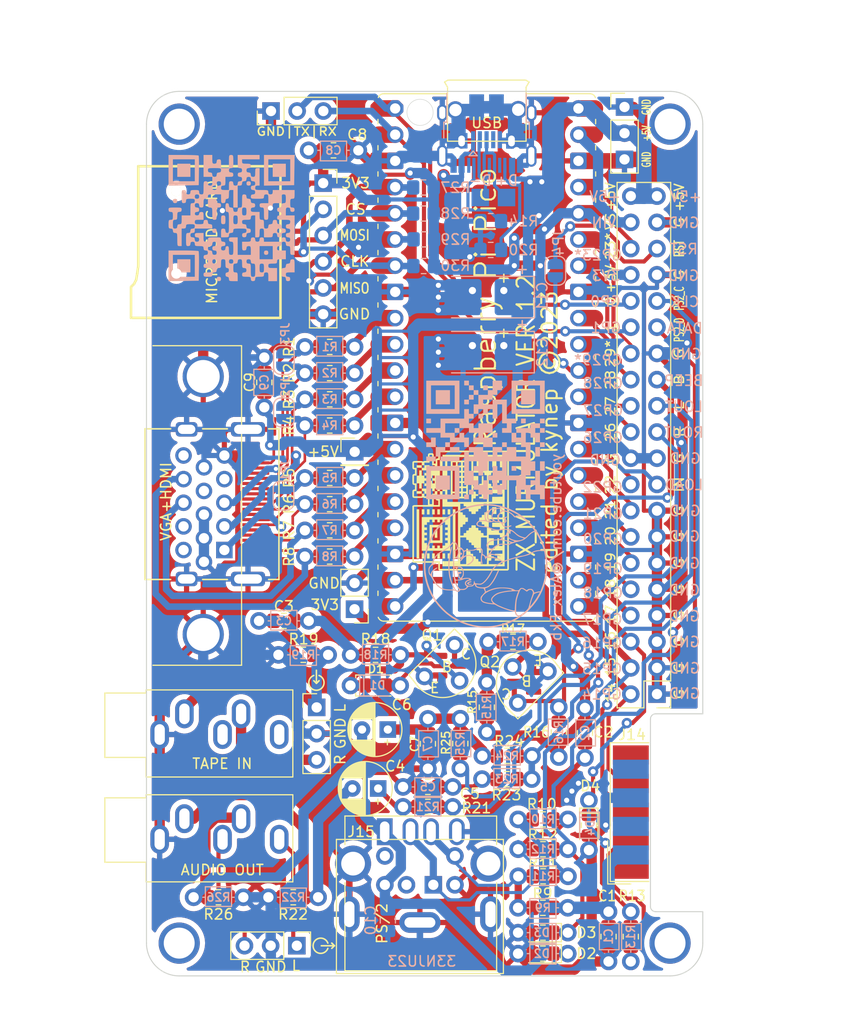
<source format=kicad_pcb>
(kicad_pcb (version 20240108) (generator "pcbnew") (generator_version "8.0")
  (layers (0 "F.Cu" signal) (31 "B.Cu" signal) (34 "B.Paste" user) (35 "F.Paste" user) (36 "B.SilkS" user "B.Silkscreen") (37 "F.SilkS" user "F.Silkscreen") (38 "B.Mask" user) (39 "F.Mask" user) (44 "Edge.Cuts" user))
  (net 0 "")
  (net 1 "/VGA_VS")
  (net 2 "GND")
  (net 3 "/VGA_HS")
  (net 4 "/VGA_RH")
  (net 5 "/VGA_RL")
  (net 6 "/VGA_GH")
  (net 7 "/VGA_GL")
  (net 8 "/VGA_BH")
  (net 9 "/VGA_BL")
  (net 14 "/+5V")
  (net 21 "/GP_6")
  (net 22 "/GP_7")
  (net 23 "/GP_8")
  (net 24 "/GP_9")
  (net 25 "/GP_10")
  (net 26 "/GP_11")
  (net 27 "/GP_12")
  (net 28 "/GP_13")
  (net 29 "/GP_0")
  (net 30 "/GP_1")
  (net 31 "/GP_2")
  (net 32 "/GP_3")
  (net 33 "/GP_4")
  (net 34 "/GP_5")
  (net 35 "/GP_14")
  (net 36 "/GP_15")
  (net 37 "/GP_16")
  (net 38 "/GP_17")
  (net 39 "/GP_18")
  (net 40 "/GP_19")
  (net 41 "/GP_20")
  (net 42 "/GP_21")
  (net 43 "/GP_22")
  (net 44 "/RUN")
  (net 45 "/GP_26")
  (net 46 "/GP_27")
  (net 47 "/GP_28")
  (net 48 "/GP_29_VREF")
  (net 49 "/+3V3")
  (net 50 "/GP_23_3v3EN")
  (net 51 "/+5V_in")
  (net 52 "/L*")
  (net 56 "/PS{slash}2_DATA_3V")
  (net 57 "/PS{slash}2_CLK_3V")
  (net 58 "/PS{slash}2 DATA")
  (net 60 "/PS{slash}2 CLK")
  (net 62 "/LOAD_IN")
  (net 63 "Net-(C3-Pad2)")
  (net 64 "/LOAD_IN_D")
  (net 65 "/LOAD_IN_R")
  (net 66 "Net-(Q2-Pad1)")
  (net 67 "Net-(D1-Pad1)")
  (net 68 "Net-(D1-Pad2)")
  (net 69 "Net-(C4-Pad1)")
  (net 70 "/L")
  (net 71 "Net-(C6-Pad1)")
  (net 72 "/R")
  (net 73 "/LEFT_OUT")
  (net 74 "/RIGHT_OUT")
  (net 75 "/BEEP_OUT")
  (net 76 "/R*")
  (net 80 "/J1_DATA")
  (net 84 "/RST")
  (net 85 "/D-")
  (net 86 "/D+")
  (net 88 "Net-(R14-Pad2)")
  (net 89 "Net-(R20-Pad2)")
  (footprint "LIBS:R_0805_PLUS" (layer "F.Cu") (at 57.15 95.3516 180)
    (property "Reference" "C5")
    (property "Value" "10n")
  )
  (footprint "LIBS:GCT-MEM2055-00-190-01-A" (layer "F.Cu") (at 44.045 42.545 90)
    (property "Reference" "J3" (hide yes))
    (property "Value" "Micro_SD_Card")
  )
  (footprint "LIBS:R_0805_PLUS" (layer "F.Cu") (at 47.625 67.945)
    (property "Reference" "R6")
    (property "Value" "330R")
  )
  (footprint "LIBS:R_0805_PLUS" (layer "F.Cu") (at 47.625 70.485)
    (property "Reference" "R7")
    (property "Value" "100R")
  )
  (footprint "LIBS:R_0805_PLUS" (layer "F.Cu") (at 47.625 55.245)
    (property "Reference" "R2")
    (property "Value" "330R")
  )
  (footprint "LIBS:R_0805_PLUS" (layer "F.Cu") (at 45.059675 82.55 180)
    (property "Reference" "R19")
    (property "Value" "100R")
  )
  (footprint "LIBS:R_0805_PLUS" (layer "F.Cu") (at 43.175031 79.258622)
    (property "Reference" "C3")
    (property "Value" "0.1u")
  )
  (footprint "LIBS:R_0805_PLUS" (layer "F.Cu") (at 52.07 82.55)
    (property "Reference" "R18")
    (property "Value" "10k")
  )
  (footprint "LIBS:R_0805_PLUS" (layer "F.Cu") (at 65.405 81.28)
    (property "Reference" "R17")
    (property "Value" "10k")
  )
  (footprint "LIBS:R_0805_PLUS" (layer "F.Cu") (at 64.813724 94.59165)
    (property "Reference" "R23")
    (property "Value" "2k")
  )
  (footprint "LIBS:R_0805_PLUS" (layer "F.Cu") (at 68.326 104.013)
    (property "Reference" "R11")
    (property "Value" "100R" (hide yes))
  )
  (footprint "LIBS:R_0805_PLUS" (layer "F.Cu") (at 68.317 98.497)
    (property "Reference" "R10")
    (property "Value" "1k" (hide yes))
  )
  (footprint "Connector_PinHeader_2.54mm:PinHeader_2x20_P2.54mm_Vertical" (layer "F.Cu") (at 79.375 86.355 180)
    (property "Reference" "J2" (hide yes))
    (property "Value" "EXT")
  )
  (footprint "LIBS:R_0805_PLUS" (layer "F.Cu") (at 44.085 106.045 180)
    (property "Reference" "R22")
    (property "Value" "330R")
  )
  (footprint "LIBS:HDMI" (layer "F.Cu") (at 39.695 67.945 -90)
    (property "Reference" "CN1" (hide yes))
    (property "Value" "HDMI")
  )
  (footprint "LIBS:R_0805_PLUS" (layer "F.Cu") (at 64.843288 92.344802)
    (property "Reference" "R24")
    (property "Value" "2k")
  )
  (footprint "LIBS:R_0805_PLUS" (layer "F.Cu") (at 47.625 52.705)
    (property "Reference" "R1")
    (property "Value" "1k")
  )
  (footprint "Connector_PinHeader_2.54mm:PinHeader_1x02_P2.54mm_Vertical" (layer "F.Cu") (at 50.033422 78.130833 180)
    (property "Reference" "J10" (hide yes))
    (property "Value" "Conn_01x02")
  )
  (footprint "LIBS:R_0805_PLUS" (layer "F.Cu") (at 52.05 85.5245)
    (property "Reference" "D1")
    (property "Value" "4148" (hide yes))
  )
  (footprint "LIBS:R_0805_PLUS" (layer "F.Cu") (at 62.865 87.63 90)
    (property "Reference" "R15")
    (property "Value" "10k")
  )
  (footprint "LIBS:R_0805_PLUS" (layer "F.Cu") (at 47.99 33.655 180)
    (property "Reference" "C8")
    (property "Value" "0.1u")
  )
  (footprint "Connector_PinHeader_2.54mm:PinHeader_1x01_P2.54mm_Vertical" (layer "F.Cu") (at 50.043916 62.874035)
    (property "Reference" "J11" (hide yes))
    (property "Value" "Conn_01x01")
  )
  (footprint "LIBS:SOT-23_PLUS2" (layer "F.Cu") (at 66.167 85.09 180)
    (property "Reference" "Q2")
    (property "Value" "BC850")
  )
  (footprint "Connector_Audio:Jack_3.5mm_CUI_SJ1-3535NG_Horizontal" (layer "F.Cu") (at 31.125 90.27 90)
    (property "Reference" "J13" (hide yes))
    (property "Value" "Audio IN")
  )
  (footprint "LIBS:Connector_Mini-DIN_Female_6Pin_2rows" (layer "F.Cu") (at 57.673448 104.839098)
    (property "Reference" "J7" (hide yes))
    (property "Value" "Mini-DIN-6")
  )
  (footprint "LIBS:R_0805_PLUS" (layer "F.Cu") (at 68.31 109.474 180)
    (property "Reference" "D3")
    (property "Value" "3V3")
  )
  (footprint "LIBS:R_0805_PLUS" (layer "F.Cu") (at 68.307 107.067 180)
    (property "Reference" "R9")
    (property "Value" "1k" (hide yes))
  )
  (footprint "Connector_Audio:Jack_3.5mm_CUI_SJ1-3535NG_Horizontal" (layer "F.Cu") (at 31.125 100.43 90)
    (property "Reference" "J12" (hide yes))
    (property "Value" "Audio OUT")
  )
  (footprint "LIBS:R_0805_PLUS" (layer "F.Cu") (at 57.15 97.282)
    (property "Reference" "R21")
    (property "Value" "1k")
  )
  (footprint "LIBS:R_0805_PLUS" (layer "F.Cu") (at 69.85 90.043 90)
    (property "Reference" "R16")
    (property "Value" "1k")
  )
  (footprint "LIBS:SOT-23_PLUS2" (layer "F.Cu") (at 59.436 83.693)
    (property "Reference" "Q1")
    (property "Value" "BC850")
  )
  (footprint "Connector_PinHeader_2.54mm:PinHeader_1x03_P2.54mm_Vertical" (layer "F.Cu") (at 44.43407 110.738885 -90)
    (property "Reference" "J9" (hide yes))
    (property "Value" "IN_A")
  )
  (footprint "Connector_USB:USB_A_CONNFLY_DS1095-WNR0" (layer "F.Cu") (at 52.959 100.076)
    (property "Reference" "J15")
    (property "Value" "USB_A")
  )
  (footprint "LIBS:R_0805_PLUS" (layer "F.Cu") (at 72.771 99.06 -90)
    (property "Reference" "D4")
    (property "Value" "3V3")
  )
  (footprint "LIBS:R_0805_PLUS" (layer "F.Cu") (at 47.625 60.325)
    (property "Reference" "R4")
    (property "Value" "330R")
  )
  (footprint "Connector_Dsub:DSUB-15-HD_Female_Horizontal_P2.29x1.98mm_EdgePinOffset3.03mm_Housed_MountingHolesOffset4.94mm" (layer "F.Cu") (at 37.400331 72.39 -90)
    (property "Reference" "J1" (hide yes))
    (property "Value" "VGA")
  )
  (footprint "LIBS:R_0805_PLUS" (layer "F.Cu") (at 36.83 106.045)
    (property "Reference" "R26")
    (property "Value" "330R")
  )
  (footprint "LIBS:Raspberry_Pi_Pico_SMT_THT_MOD_2" (layer "F.Cu") (at 53.975 29.595)
    (property "Reference" "U1" (hide yes))
    (property "Value" "raspberrypi-pico-module")
  )
  (footprint "LIBS:R_0805_PLUS" (layer "F.Cu") (at 68.31 111.506 180)
    (property "Reference" "D2")
    (property "Value" "3V3")
  )
  (footprint "LIBS:R_0805_PLUS" (layer "F.Cu") (at 60.293101 91.149032 -90)
    (property "Reference" "R25")
    (property "Value" "1k")
  )
  (footprint "Capacitor_THT:CP_Radial_D5.0mm_P2.50mm" (layer "F.Cu") (at 52.324 95.504 180)
    (property "Reference" "C4")
    (property "Value" "10u")
  )
  (footprint "LIBS:R_0805_PLUS" (layer "F.Cu") (at 74.676 109.855 -90)
    (property "Reference" "C1")
    (property "Value" "0.1u")
  )
  (footprint "LIBS:R_0805_PLUS" (layer "F.Cu") (at 41.275 56.145923 90)
    (property "Reference" "C9")
    (property "Value" "0.1u")
  )
  (footprint "Capacitor_THT:CP_Radial_D5.0mm_P2.50mm" (layer "F.Cu") (at 53.259791 89.789 180)
    (property "Reference" "C6")
    (property "Value" "10u")
  )
  (footprint "Connector_Dsub:DSUB-9_Male_EdgeMount_P2.77mm" (layer "F.Cu") (at 76.8395 97.79 90)
    (property "Reference" "J14")
    (property "Value" "JOY-1")
  )
  (footprint "Connector_PinSocket_2.54mm:PinSocket_1x06_P2.54mm_Vertical" (layer "F.Cu") (at 46.99 36.83)
    (property "Reference" "J4" (hide yes))
    (property "Value" "Conn_SD")
  )
  (footprint "LIBS:R_0805_PLUS" (layer "F.Cu") (at 76.835 109.855 -90)
    (property "Reference" "R13")
    (property "Value" "1k")
  )
  (footprint "LIBS:R_0805_PLUS" (layer "F.Cu") (at 57.15 91.17 -90)
    (property "Reference" "C7")
    (property "Value" "10n")
  )
  (footprint "LIBS:R_0805_PLUS" (layer "F.Cu") (at 47.625 57.785)
    (property "Reference" "R3")
    (property "Value" "1k")
  )
  (footprint "LIBS:R_0805_PLUS" (layer "F.Cu") (at 68.317 101.387)
    (property "Reference" "R12")
    (property "Value" "100R" (hide yes))
  )
  (footprint "LIBS:R_0805_PLUS" (layer "F.Cu") (at 47.625 65.405)
    (property "Reference" "R5")
    (property "Value" "1k")
  )
  (footprint "LIBS:R_0805_PLUS" (layer "F.Cu") (at 72.39 90.112553 -90)
    (property "Reference" "C2")
    (property "Value" "0.1u")
  )
  (footprint "Connector_PinHeader_2.54mm:PinHeader_1x03_P2.54mm_Vertical" (layer "F.Cu") (at 76.225479 29.452407)
    (property "Reference" "J5" (hide yes))
    (property "Value" "PWR")
  )
  (footprint "Connector_PinHeader_2.54mm:PinHeader_1x03_P2.54mm_Vertical" (layer "F.Cu") (at 46.355 87.645)
    (property "Reference" "J8" (hide yes))
    (property "Value" "IN_A")
  )
  (footprint "Connector_PinHeader_2.54mm:PinHeader_1x03_P2.54mm_Vertical" (layer "F.Cu") (at 41.925 29.845 90)
    (property "Reference" "J6" (hide yes))
    (property "Value" "UART")
  )
  (footprint "LOGO" (layer "F.Cu") (at 60.325 68.58 90)
    (property "Reference" "G***" (hide yes))
    (property "Value" "LOGO" (hide yes))
  )
  (footprint "LIBS:R_0805_PLUS" (layer "F.Cu") (at 47.625 73.025)
    (property "Reference" "R8")
    (property "Value" "100R")
  )
  (footprint "Resistor_SMD:R_0805_2012Metric_Pad1.20x1.40mm_HandSolder" (layer "B.Cu") (at 63.246 43.307)
    (property "Reference" "R20")
    (property "Value" "5.1K")
  )
  (footprint "Resistor_SMD:R_0805_2012Metric_Pad1.20x1.40mm_HandSolder" (layer "B.Cu") (at 56.717418 37.253676)
    (property "Reference" "R27")
    (property "Value" "10k")
  )
  (footprint "Resistor_SMD:R_0805_2012Metric_Pad1.20x1.40mm_HandSolder" (layer "B.Cu") (at 56.758479 42.281573)
    (property "Reference" "R29")
    (property "Value" "10k")
  )
  (footprint "Resistor_SMD:R_0805_2012Metric_Pad1.20x1.40mm_HandSolder" (layer "B.Cu") (at 56.717418 39.778916)
    (property "Reference" "R28")
    (property "Value" "10k")
  )
  (footprint "Jumper:SolderJumper-2_P1.3mm_Open_RoundedPad1.0x1.5mm" (layer "B.Cu") (at 43.141986 67.11934 90)
    (property "Reference" "JP1")
    (property "Value" "R_J")
  )
  (footprint "Connector_PinHeader_2.54mm:PinHeader_1x02_P2.54mm_Vertical" (layer "B.Cu") (at 64.775 38.227 90)
    (property "Reference" "J18" (hide yes))
    (property "Value" "Conn_01x02_Female")
  )
  (footprint "LOGO" (layer "B.Cu") (at 62.738 73.914 -90)
    (property "Reference" "G***" (hide yes))
    (property "Value" "LOGO" (hide yes))
  )
  (footprint "Resistor_SMD:R_0805_2012Metric_Pad1.20x1.40mm_HandSolder" (layer "B.Cu") (at 56.737949 44.868404)
    (property "Reference" "R30")
    (property "Value" "10k")
  )
  (footprint "Jumper:SolderJumper-2_P1.3mm_Open_RoundedPad1.0x1.5mm" (layer "B.Cu") (at 43.18 53.975 90)
    (property "Reference" "JP3")
    (property "Value" "B_J")
  )
  (footprint "Capacitor_SMD:C_0805_2012Metric_Pad1.18x1.45mm_HandSolder" (layer "B.Cu") (at 53.2638 108.2802 -90)
    (property "Reference" "C10")
    (property "Value" "10u")
  )
  (footprint "Jumper:SolderJumper-2_P1.3mm_Open_RoundedPad1.0x1.5mm" (layer "B.Cu") (at 43.18 59.055 90)
    (property "Reference" "JP2")
    (property "Value" "G_J")
  )
  (footprint "LOGO" (layer "B.Cu") (at 62.738 61.722 -90)
    (property "Reference" "G***" (hide yes))
    (property "Value" "LOGO" (hide yes))
  )
  (footprint "Capacitor_Tantalum_SMD:CP_EIA-7132-28_AVX-C_Pad2.72x3.50mm_HandSolder" (layer "B.Cu") (at 62.992 47.879 180)
    (property "Reference" "C11")
    (property "Value" "100u")
  )
  (footprint "Jumper:SolderJumper-2_P1.3mm_Open_RoundedPad1.0x1.5mm" (layer "B.Cu") (at 69.515001 45.320005 90)
    (property "Reference" "JP4")
    (property "Value" "JRST")
  )
  (footprint "Resistor_SMD:R_0805_2012Metric_Pad1.20x1.40mm_HandSolder" (layer "B.Cu") (at 63.246 40.513)
    (property "Reference" "R14")
    (property "Value" "5.1K ")
  )
  (footprint "Capacitor_Tantalum_SMD:CP_EIA-7132-28_AVX-C_Pad2.72x3.50mm_HandSolder" (layer "B.Cu") (at 62.992 53.213 180)
    (property "Reference" "C12")
    (property "Value" "100u")
  )
  (footprint "LIBS:USB-TYPE-C-31-M-12_lib2" (layer "B.Cu") (at 62.865 27.411)
    (property "Reference" "USB1")
    (property "Value" "TYPE-C-31-M-12")
  )
  (footprint "LIBS:USB_Micro-B_Amphenol" (layer "B.Cu") (at 62.865 30.861)
    (property "Reference" "J17" (hide yes))
    (property "Value" "USB_B_Micro")
  )
  (footprint "LOGO" (layer "B.Cu") (at 38.1 40.132 -90)
    (property "Reference" "G***" (hide yes))
    (property "Value" "LOGO" (hide yes))
  )
  (gr_line (start 69.215 110.617) (end 69.215 112.522) (stroke (width 0.12)) (layer "B.SilkS"))
  (gr_line (start 71.869648 98.293315) (end 73.774648 98.293315) (stroke (width 0.12)) (layer "B.SilkS"))
  (gr_line (start 69.215 108.585) (end 69.215 110.49) (stroke (width 0.12)) (layer "B.SilkS"))
  (gr_line (start 71.869648 97.404315) (end 73.647648 97.404315) (stroke (width 0.12)) (layer "F.SilkS"))
  (gr_line (start 48.077064 110.744) (end 47.823064 110.998) (stroke (width 0.15)) (layer "F.SilkS"))
  (gr_line (start 70.104 108.585) (end 70.104 110.363) (stroke (width 0.12)) (layer "F.SilkS"))
  (gr_line (start 46.332069 85.312617) (end 46.078069 85.058617) (stroke (width 0.15)) (layer "F.SilkS"))
  (gr_arc (start 46.586069 84.550617) (mid 46.332069 85.982475) (end 46.078069 84.550617) (stroke (width 0.15)) (layer "F.SilkS"))
  (gr_line (start 67.056 108.585) (end 70.104 108.585) (stroke (width 0.12)) (layer "F.SilkS"))
  (gr_line (start 67.056 110.617) (end 70.104 110.617) (stroke (width 0.12)) (layer "F.SilkS"))
  (gr_line (start 73.647648 97.404315) (end 73.647648 100.579315) (stroke (width 0.12)) (layer "F.SilkS"))
  (gr_line (start 69.596 110.617) (end 69.596 112.395) (stroke (width 0.12)) (layer "F.SilkS"))
  (gr_arc (start 47.442064 110.998) (mid 46.010276 110.744) (end 47.442064 110.49) (stroke (width 0.15)) (layer "F.SilkS"))
  (gr_line (start 47.823064 110.49) (end 48.077064 110.744) (stroke (width 0.15)) (layer "F.SilkS"))
  (gr_line (start 71.869648 100.452315) (end 71.869648 97.404315) (stroke (width 0.12)) (layer "F.SilkS"))
  (gr_line (start 46.332069 84.042617) (end 46.332069 85.312617) (stroke (width 0.15)) (layer "F.SilkS"))
  (gr_line (start 70.104 110.363) (end 66.929 110.363) (stroke (width 0.12)) (layer "F.SilkS"))
  (gr_line (start 70.104 110.617) (end 70.104 112.395) (stroke (width 0.12)) (layer "F.SilkS"))
  (gr_line (start 71.869648 97.912315) (end 73.647648 97.912315) (stroke (width 0.12)) (layer "F.SilkS"))
  (gr_line (start 46.807064 110.744) (end 48.077064 110.744) (stroke (width 0.15)) (layer "F.SilkS"))
  (gr_line (start 48.077064 110.744) (end 47.823064 110.49) (stroke (width 0.15)) (layer "F.SilkS"))
  (gr_line (start 69.596 108.585) (end 69.596 110.363) (stroke (width 0.12)) (layer "F.SilkS"))
  (gr_line (start 46.586069 85.058617) (end 46.332069 85.312617) (stroke (width 0.15)) (layer "F.SilkS"))
  (gr_line (start 70.104 112.395) (end 66.929 112.395) (stroke (width 0.12)) (layer "F.SilkS"))
  (gr_line (start 46.332069 85.312617) (end 46.586069 85.058617) (stroke (width 0.15)) (layer "F.SilkS"))
  (gr_line (start 33.02 27.94) (end 80.645 27.94) (stroke (width 0.1)) (layer "Edge.Cuts"))
  (gr_arc (start 33.02 113.665) (mid 30.774936 112.735064) (end 29.845 110.49) (stroke (width 0.1)) (layer "Edge.Cuts"))
  (gr_line (start 29.845 110.49) (end 29.845 31.115) (stroke (width 0.1)) (layer "Edge.Cuts"))
  (gr_arc (start 78.74 88.773) (mid 78.88879 88.41379) (end 79.248 88.265) (stroke (width 0.1)) (layer "Edge.Cuts"))
  (gr_arc (start 79.248 107.442) (mid 78.88879 107.29321) (end 78.74 106.934) (stroke (width 0.1)) (layer "Edge.Cuts"))
  (gr_line (start 83.82 107.442) (end 79.248 107.442) (stroke (width 0.1)) (layer "Edge.Cuts"))
  (gr_line (start 78.74 106.934) (end 78.74 88.773) (stroke (width 0.1)) (layer "Edge.Cuts"))
  (gr_line (start 80.645 113.665) (end 33.02 113.665) (stroke (width 0.1)) (layer "Edge.Cuts"))
  (gr_arc (start 29.845 31.115) (mid 30.774936 28.869936) (end 33.02 27.94) (stroke (width 0.1)) (layer "Edge.Cuts"))
  (gr_line (start 83.82 31.115) (end 83.82 88.265) (stroke (width 0.1)) (layer "Edge.Cuts"))
  (gr_line (start 83.82 107.442) (end 83.82 110.49) (stroke (width 0.1)) (layer "Edge.Cuts"))
  (gr_arc (start 80.645 27.94) (mid 82.890064 28.869936) (end 83.82 31.115) (stroke (width 0.1)) (layer "Edge.Cuts"))
  (gr_line (start 79.248 88.265) (end 83.82 88.265) (stroke (width 0.1)) (layer "Edge.Cuts"))
  (gr_arc (start 83.82 110.49) (mid 82.890064 112.735064) (end 80.645 113.665) (stroke (width 0.1)) (layer "Edge.Cuts"))
  (gr_circle (center 56.388 29.972) (end 56.388 31.242) (stroke (width 0.05)) (fill none) (layer "Edge.Cuts"))
  (gr_text "3V3\n" (at 74.425 45.8 0) (layer "B.SilkS") (effects (font (size 1 1)) (justify mirror)))
  (gr_text "+5V" (at 74.325 38.125 0) (layer "B.SilkS") (effects (font (size 1 1)) (justify mirror)))
  (gr_text "GP18" (at 74.125 76.55 0) (layer "B.SilkS") (effects (font (size 1 1)) (justify mirror)))
  (gr_text "DATA" (at 82.075 50.9 0) (layer "B.SilkS") (effects (font (size 1 1)) (justify mirror)))
  (gr_text "VIN" (at 74.225 40.675 0) (layer "B.SilkS") (effects (font (size 1 1)) (justify mirror)))
  (gr_text "GP27" (at 74.15 58.875 0) (layer "B.SilkS") (effects (font (size 1 1)) (justify mirror)))
  (gr_text "GND\n" (at 74.35 63.675 0) (layer "B.SilkS") (effects (font (size 1 1)) (justify mirror)))
  (gr_text "LOUT" (at 82 58.5 0) (layer "B.SilkS") (effects (font (size 1 1)) (justify mirror)))
  (gr_text "GND\n" (at 82.025 76.275 0) (layer "B.SilkS") (effects (font (size 1 1)) (justify mirror)))
  (gr_text "GND\n" (at 82.025 78.8 0) (layer "B.SilkS") (effects (font (size 1 1)) (justify mirror)))
  (gr_text "GND\n" (at 81.975 40.675 0) (layer "B.SilkS") (effects (font (size 1 1)) (justify mirror)))
  (gr_text "GND\n" (at 82.025 73.675 0) (layer "B.SilkS") (effects (font (size 1 1)) (justify mirror)))
  (gr_text "GP16" (at 74.05 81.4 0) (layer "B.SilkS") (effects (font (size 1 1)) (justify mirror)))
  (gr_text "GP29*" (at 73.66 53.975 0) (layer "B.SilkS") (effects (font (size 1 1)) (justify mirror)))
  (gr_text "GP1" (at 74.425 50.85 0) (layer "B.SilkS") (effects (font (size 1 1)) (justify mirror)))
  (gr_text "GP19" (at 74.125 74.2 0) (layer "B.SilkS") (effects (font (size 1 1)) (justify mirror)))
  (gr_text "GP20" (at 74.125 71.325 0) (layer "B.SilkS") (effects (font (size 1 1)) (justify mirror)))
  (gr_text "GP0" (at 74.375 48.3 0) (layer "B.SilkS") (effects (font (size 1 1)) (justify mirror)))
  (gr_text "LOAD" (at 82 66.075 0) (layer "B.SilkS") (effects (font (size 1 1)) (justify mirror)))
  (gr_text "GND\n" (at 82.025 71.075 0) (layer "B.SilkS") (effects (font (size 1 1)) (justify mirror)))
  (gr_text "GP14" (at 74.025 86.375 0) (layer "B.SilkS") (effects (font (size 1 1)) (justify mirror)))
  (gr_text "GND\n" (at 82.05 83.85 0) (layer "B.SilkS") (effects (font (size 1 1)) (justify mirror)))
  (gr_text "33NJU23" (at 56.55 112.25 0) (layer "B.SilkS") (effects (font (size 1 1)) (justify mirror)))
  (gr_text "CLK" (at 82.075 48.325 0) (layer "B.SilkS") (effects (font (size 1 1)) (justify mirror)))
  (gr_text "GND\n" (at 82.075 68.6 0) (layer "B.SilkS") (effects (font (size 1 1)) (justify mirror)))
  (gr_text "GP23*" (at 73.66 43.815 0) (layer "B.SilkS") (effects (font (size 1 1)) (justify mirror)))
  (gr_text "GND\n" (at 82.175 53.4 0) (layer "B.SilkS") (effects (font (size 1 1)) (justify mirror)))
  (gr_text "youtube.com/@Alex_Ekb" (at 69.596 72.136 90) (layer "B.SilkS") (effects (font (size 1 1)) (justify mirror)))
  (gr_text "+" (at 66.302668 50.471894 0) (layer "B.SilkS") (effects (font (size 1 1)) (justify mirror)))
  (gr_text "ROUT" (at 81.975 61 0) (layer "B.SilkS") (effects (font (size 1 1)) (justify mirror)))
  (gr_text "D+" (at 64.77 36.576 0) (layer "B.SilkS") (effects (font (size 1 1)) (justify mirror)))
  (gr_text "BEEP" (at 81.975 55.975 0) (layer "B.SilkS") (effects (font (size 1 1)) (justify mirror)))
  (gr_text "GP21\n" (at 74.125 68.875 0) (layer "B.SilkS") (effects (font (size 1 1)) (justify mirror)))
  (gr_text "GP15" (at 74.05 83.9 0) (layer "B.SilkS") (effects (font (size 1 1)) (justify mirror)))
  (gr_text "GND\n" (at 82.05 86.3 0) (layer "B.SilkS") (effects (font (size 1 1)) (justify mirror)))
  (gr_text "+5V" (at 82.175 38.15 0) (layer "B.SilkS") (effects (font (size 1 1)) (justify mirror)))
  (gr_text "+" (at 66.302668 45.137894 0) (layer "B.SilkS") (effects (font (size 1 1)) (justify mirror)))
  (gr_text "GND\n" (at 81.95 45.8 0) (layer "B.SilkS") (effects (font (size 1 1)) (justify mirror)))
  (gr_text "GND\n" (at 82.1 63.525 0) (layer "B.SilkS") (effects (font (size 1 1)) (justify mirror)))
  (gr_text "RST" (at 81.975 43.225 0) (layer "B.SilkS") (effects (font (size 1 1)) (justify mirror)))
  (gr_text "GP17" (at 74.075 79.1 0) (layer "B.SilkS") (effects (font (size 1 1)) (justify mirror)))
  (gr_text "GND\n" (at 82.025 81.3 0) (layer "B.SilkS") (effects (font (size 1 1)) (justify mirror)))
  (gr_text "GP22" (at 74.1 66.3 0) (layer "B.SilkS") (effects (font (size 1 1)) (justify mirror)))
  (gr_text "GP28" (at 74.125 56.225 0) (layer "B.SilkS") (effects (font (size 1 1)) (justify mirror)))
  (gr_text "D-" (at 62.23 36.576 0) (layer "B.SilkS") (effects (font (size 1 1)) (justify mirror)))
  (gr_text "GP26" (at 74.125 61.5 0) (layer "B.SilkS") (effects (font (size 1 1)) (justify mirror)))
  (gr_text "G" (at 81.534 86.36 90) (layer "F.SilkS") (effects (font (size 0.9 1))))
  (gr_text "G" (at 81.534 76.2 90) (layer "F.SilkS") (effects (font (size 0.9 1))))
  (gr_text "15" (at 74.865395 83.717416 90) (layer "F.SilkS") (effects (font (size 0.9 1))))
  (gr_text "29*" (at 74.865395 53.364416 90) (layer "F.SilkS") (effects (font (size 0.9 1))))
  (gr_text "B" (at 81.534 55.88 90) (layer "F.SilkS") (effects (font (size 0.9 1))))
  (gr_text "20" (at 74.865395 71.017416 90) (layer "F.SilkS") (effects (font (size 0.9 1))))
  (gr_text "16" (at 74.865395 81.177416 90) (layer "F.SilkS") (effects (font (size 0.9 1))))
  (gr_text "CLK" (at 50.052423 44.414053 0) (layer "F.SilkS") (effects (font (size 1 1))))
  (gr_text "MISO" (at 50.026608 47.021367 0) (layer "F.SilkS") (effects (font (size 1 0.8))))
  (gr_text "27" (at 74.865395 58.444416 90) (layer "F.SilkS") (effects (font (size 0.9 1))))
  (gr_text "MOSI" (at 50.052423 41.884185 0) (layer "F.SilkS") (effects (font (size 1 0.8))))
  (gr_text "+" (at 64.516 51.308 0) (layer "F.SilkS") (effects (font (size 1 1))))
  (gr_text "IN" (at 81.534 66.04 90) (layer "F.SilkS") (effects (font (size 0.9 1))))
  (gr_text "18" (at 74.865395 76.097416 90) (layer "F.SilkS") (effects (font (size 0.9 1))))
  (gr_text "GND" (at 78.359 34.544 90) (layer "F.SilkS") (effects (font (size 0.8 0.5) (thickness 0.125))))
  (gr_text "GND" (at 50.026608 49.525421 0) (layer "F.SilkS") (effects (font (size 1 1))))
  (gr_text "23*" (at 74.865395 42.950416 90) (layer "F.SilkS") (effects (font (size 0.9 1))))
  (gr_text "L" (at 48.638497 87.715228 90) (layer "F.SilkS") (effects (font (size 1 1))))
  (gr_text "14" (at 74.865395 86.257416 90) (layer "F.SilkS") (effects (font (size 0.9 1))))
  (gr_text "+5V" (at 46.99 62.865 0) (layer "F.SilkS") (effects (font (size 1 1))))
  (gr_text "3V3" (at 47.148984 77.696182 0) (layer "F.SilkS") (effects (font (size 1 1))))
  (gr_text "GND" (at 48.651641 90.146791 90) (layer "F.SilkS") (effects (font (size 1 1))))
  (gr_text "26" (at 74.865395 60.984416 90) (layer "F.SilkS") (effects (font (size 0.9 1))))
  (gr_text "G" (at 81.534 63.5 90) (layer "F.SilkS") (effects (font (size 0.9 1))))
  (gr_text "PS2_C" (at 81.534 48.006 90) (layer "F.SilkS") (effects (font (size 0.9 0.5) (thickness 0.125))))
  (gr_text "L" (at 81.534 58.42 90) (layer "F.SilkS") (effects (font (size 0.9 1))))
  (gr_text "+5V" (at 78.373524 32.008149 90) (layer "F.SilkS") (effects (font (size 0.8 0.5) (thickness 0.125))))
  (gr_text "GND" (at 78.359 29.464 90) (layer "F.SilkS") (effects (font (size 0.8 0.5) (thickness 0.125))))
  (gr_text "R" (at 81.534 60.96 90) (layer "F.SilkS") (effects (font (size 0.9 1))))
  (gr_text "G" (at 81.534 78.74 90) (layer "F.SilkS") (effects (font (size 0.9 1))))
  (gr_text "CS" (at 50.14 39.37 0) (layer "F.SilkS") (effects (font (size 1 1))))
  (gr_text "G" (at 81.534 53.34 90) (layer "F.SilkS") (effects (font (size 0.9 1))))
  (gr_text "GND" (at 47.080848 75.606667 0) (layer "F.SilkS") (effects (font (size 1 1))))
  (gr_text "+5V" (at 74.865395 38.124416 90) (layer "F.SilkS") (effects (font (size 0.9 0.9))))
  (gr_text "+" (at 64.516 45.974 0) (layer "F.SilkS") (effects (font (size 1 1))))
  (gr_text "+3V" (at 74.865395 46.125416 90) (layer "F.SilkS") (effects (font (size 0.9 0.9))))
  (gr_text "TAPE IN" (at 37.2 93.1 0) (layer "F.SilkS") (effects (font (size 1 1))))
  (gr_text "G" (at 81.534 45.72 90) (layer "F.SilkS") (effects (font (size 0.9 1))))
  (gr_text "PS/2" (at 52.705 108.585 90) (layer "F.SilkS") (effects (font (size 1 1))))
  (gr_text "RST" (at 81.534 43.18 90) (layer "F.SilkS") (effects (font (size 0.9 0.6))))
  (gr_text "G" (at 81.534 40.64 90) (layer "F.SilkS") (effects (font (size 0.9 1))))
  (gr_text "AUDIO OUT" (at 37.2 103.4 0) (layer "F.SilkS") (effects (font (size 1 1))))
  (gr_text "L" (at 44.345506 112.68729 0) (layer "F.SilkS") (effects (font (size 1 1))))
  (gr_text "0" (at 74.865395 48.284416 90) (layer "F.SilkS") (effects (font (size 0.9 1))))
  (gr_text "G" (at 81.534 73.66 90) (layer "F.SilkS") (effects (font (size 0.9 1))))
  (gr_text "28" (at 74.865395 55.904416 90) (layer "F.SilkS") (effects (font (size 0.9 1))))
  (gr_text "R" (at 39.40807 112.797995 0) (layer "F.SilkS") (effects (font (size 1 1))))
  (gr_text "R" (at 48.641 92.71 90) (layer "F.SilkS") (effects (font (size 1 1))))
  (gr_text "17" (at 74.865395 78.637416 90) (layer "F.SilkS") (effects (font (size 0.9 1))))
  (gr_text "G" (at 81.534 71.12 90) (layer "F.SilkS") (effects (font (size 0.9 1))))
  (gr_text "G" (at 74.865395 63.524416 90) (layer "F.SilkS") (effects (font (size 0.9 1))))
  (gr_text "21" (at 74.865395 68.477416 90) (layer "F.SilkS") (effects (font (size 0.9 1))))
  (gr_text "GND|TX|RX" (at 44.416707 31.826351 0) (layer "F.SilkS") (effects (font (size 0.8 0.9))))
  (gr_text "22" (at 74.865395 66.064416 90) (layer "F.SilkS") (effects (font (size 0.9 1))))
  (gr_text "Raspberry Pi Pico" (at 62.744917 48.895 90) (layer "F.SilkS") (effects (font (size 2 2) (thickness 0.2))))
  (gr_text "1" (at 74.865395 50.824416 90) (layer "F.SilkS") (effects (font (size 0.9 1))))
  (gr_text "GND" (at 41.91 112.797995 0) (layer "F.SilkS") (effects (font (size 1 1))))
  (gr_text "G" (at 81.534 68.58 90) (layer "F.SilkS") (effects (font (size 0.9 1))))
  (gr_text "PS2_D" (at 81.534 51.054 90) (layer "F.SilkS") (effects (font (size 0.9 0.5) (thickness 0.125))))
  (gr_text "MICRO SD CARD" (at 36.195 42.545 90) (layer "F.SilkS") (effects (font (size 1 1))))
  (gr_text "3V3" (at 50.14 36.83 0) (layer "F.SilkS") (effects (font (size 1 1))))
  (gr_text "edited by kynep ©2023" (at 68.961 60.96 90) (layer "F.SilkS") (effects (font (size 1.5 1.5) (thickness 0.2))))
  (gr_text "ZX_MURMULATOR VER 1.2" (at 66.670143 60.116999 90) (layer "F.SilkS") (effects (font (size 1.7 1.5) (thickness 0.2))))
  (gr_text "G" (at 81.534 83.82 90) (layer "F.SilkS") (effects (font (size 0.9 1))))
  (gr_text "+5V" (at 81.534 38.227 90) (layer "F.SilkS") (effects (font (size 0.9 0.9))))
  (gr_text "VS" (at 74.865395 40.537416 90) (layer "F.SilkS") (effects (font (size 0.9 0.9))))
  (gr_text "19" (at 74.865395 73.557416 90) (layer "F.SilkS") (effects (font (size 0.9 1))))
  (gr_text "G" (at 81.534 81.28 90) (layer "F.SilkS") (effects (font (size 0.9 1))))
  (gr_text "VGA+HDMI " (at 31.75 67.31 90) (layer "F.SilkS") (effects (font (size 1 1))))
  (via (at 33.02 110.49) (size 4) (drill 3) (layers "F.Cu" "B.Cu") (net 0))
  (via (at 33.02 31.115) (size 4) (drill 3) (layers "F.Cu" "B.Cu") (net 0))
  (via (at 80.645 110.49) (size 4) (drill 3) (layers "F.Cu" "B.Cu") (net 0))
  (via (at 80.645 31.115) (size 4) (drill 3) (layers "F.Cu" "B.Cu") (net 0))
  (segment (start 44.632 72.445) (end 45.212 73.025) (width 0.254) (layer "F.Cu") (net 1))
  (segment (start 40.455 72.445) (end 44.632 72.445) (width 0.254) (layer "F.Cu") (net 1))
  (segment (start 32.27 65.52) (end 30.729838 67.060162) (width 0.635) (layer "B.Cu") (net 1))
  (segment (start 42.167312 77.876903) (end 45.212 74.832215) (width 0.635) (layer "B.Cu") (net 1))
  (segment (start 30.729838 67.060162) (end 30.729838 76.639935) (width 0.635) (layer "B.Cu") (net 1))
  (segment (start 33.440331 65.52) (end 32.27 65.52) (width 0.635) (layer "B.Cu") (net 1))
  (segment (start 30.729838 76.639935) (end 31.966806 77.876903) (width 0.635) (layer "B.Cu") (net 1))
  (segment (start 31.966806 77.876903) (end 42.167312 77.876903) (width 0.635) (layer "B.Cu") (net 1))
  (segment (start 45.212 74.832215) (end 45.212 73.025) (width 0.635) (layer "B.Cu") (net 1))
  (segment (start 81.257 68.575) (end 79.375 68.575) (width 0.6) (layer "F.Cu") (net 2))
  (segment (start 37.400331 63.23) (end 38.432437 63.23) (width 1) (layer "F.Cu") (net 2))
  (segment (start 31.125 90.27) (end 31.125 84.800331) (width 1) (layer "F.Cu") (net 2))
  (segment (start 78.11 68.575) (end 79.375 68.575) (width 0.4) (layer "F.Cu") (net 2))
  (segment (start 38.715 70.445) (end 38.705 70.455) (width 0.3) (layer "F.Cu") (net 2))
  (segment (start 38.705 71.785) (end 38.705 73.63) (width 0.5) (layer "F.Cu") (net 2))
  (segment (start 79.375 40.635) (end 81.91 40.635) (width 1) (layer "F.Cu") (net 2))
  (segment (start 58.300352 84.54939) (end 56.899809 84.54939) (width 0.4) (layer "F.Cu") (net 2))
  (segment (start 48.275 90.185) (end 48.275 93.36) (width 0.635) (layer "F.Cu") (net 2))
  (segment (start 33.145 35.685) (end 33.145 34.795) (width 1) (layer "F.Cu") (net 2))
  (segment (start 56.265 47.375) (end 56.515 47.625) (width 1) (layer "F.Cu") (net 2))
  (segment (start 54.995 72.775) (end 53.975 72.775) (width 1) (layer "F.Cu") (net 2))
  (segment (start 40.455 67.445) (end 38.81 67.445) (width 0.3) (layer "F.Cu") (net 2))
  (segment (start 37.211 39.497) (end 37.211 37.846) (width 0.635) (layer "F.Cu") (net 2))
  (segment (start 78.105 63.5) (end 78.105 68.58) (width 0.4) (layer "F.Cu") (net 2))
  (segment (start 49.523448 102.876552) (end 49.523448 107.689098) (width 0.635) (layer "F.Cu") (net 2))
  (segment (start 36.565 74.56) (end 36.565 75.195) (width 0.5) (layer "F.Cu") (net 2))
  (segment (start 41.920936 39.295) (end 43.245 39.295) (width 0.635) (layer "F.Cu") (net 2))
  (segment (start 56.899809 84.54939) (end 56.810976 84.638223) (width 0.4) (layer "F.Cu") (net 2))
  (segment (start 38.531701 63.23) (end 38.705 63.403299) (width 0.5) (layer "F.Cu") (net 2))
  (segment (start 47.498 45.7) (end 47.772 45.7) (width 0.4) (layer "F.Cu") (net 2))
  (segment (start 81.91 45.715) (end 81.915 45.72) (width 0.635) (layer "F.Cu") (net 2))
  (segment (start 77.945 34.299814) (end 77.712407 34.532407) (width 1) (layer "F.Cu") (net 2))
  (segment (start 38.705 69.185) (end 38.705 70.455) (width 0.5) (layer "F.Cu") (net 2))
  (segment (start 52.79368 72.775) (end 50.033422 75.535258) (width 0.8) (layer "F.Cu") (net 2))
  (segment (start 34.925 37.465) (end 36.83 37.465) (width 1) (layer "F.Cu") (net 2))
  (segment (start 40.455 68.945) (end 38.945 68.945) (width 0.3) (layer "F.Cu") (net 2))
  (segment (start 71.365032 113.056) (end 67.447 113.056) (width 1) (layer "F.Cu") (net 2))
  (segment (start 41.925 32.37) (end 41.925 29.845) (width 1) (layer "F.Cu") (net 2))
  (segment (start 79.375 53.335) (end 81.661 55.621) (width 0.6) (layer "F.Cu") (net 2))
  (segment (start 36.565 60.695) (end 33.735 60.695) (width 0.5) (layer "F.Cu") (net 2))
  (segment (start 79.375 46.99) (end 79.375 45.715) (width 0.4) (layer "F.Cu") (net 2))
  (segment (start 81.91 43.175) (end 81.915 43.18) (width 1) (layer "F.Cu") (net 2))
  (segment (start 50.415 47.375) (end 48.26 49.53) (width 1) (layer "F.Cu") (net 2))
  (segment (start 73.036 111.385032) (end 72.144516 112.276516) (width 1) (layer "F.Cu") (net 2))
  (segment (start 31.125 84.800331) (end 35.350331 80.575) (width 1) (layer "F.Cu") (net 2))
  (segment (start 77.945 30.32) (end 77.945 34.299814) (width 1) (layer "F.Cu") (net 2))
  (segment (start 36.565 59.425) (end 36.565 60.695) (width 0.5) (layer "F.Cu") (net 2))
  (segment (start 42.545 31.75) (end 48.498 31.75) (width 1) (layer "F.Cu") (net 2))
  (segment (start 34.925 37.465) (end 33.145 35.685) (width 1) (layer "F.Cu") (net 2))
  (segment (start 33.045 47.65) (end 33.045 50.295) (width 1) (layer "F.Cu") (net 2))
  (segment (start 35.350331 75.495331) (end 35.420331 75.425331) (width 0.5) (layer "F.Cu") (net 2))
  (segment (start 81.915 43.18) (end 81.915 45.72) (width 1.5) (layer "F.Cu") (net 2))
  (segment (start 38.705 67.34) (end 38.705 69.185) (width 0.5) (layer "F.Cu") (net 2))
  (segment (start 81.915 35.56) (end 81.915 40.64) (width 1.5) (layer "F.Cu") (net 2))
  (segment (start 74.399998 99.048883) (end 73.025 100.423881) (width 1) (layer "F.Cu") (net 2))
  (segment (start 37.73 60.695) (end 36.565 60.695) (width 0.5) (layer "F.Cu") (net 2))
  (segment (start 38.705 63.403299) (end 38.705 64.165) (width 0.5) (layer "F.Cu") (net 2))
  (segment (start 76.082886 34.675) (end 76.225479 34.532407) (width 1.5) (layer "F.Cu") (net 2))
  (segment (start 71.755 60.075) (end 69.465 60.075) (width 0.4) (layer "F.Cu") (net 2))
  (segment (start 41.405 34.795) (end 41.925 34.275) (width 1) (layer "F.Cu") (net 2))
  (segment (start 37.400331 63.23) (end 37.400331 61.024669) (width 0.5) (layer "F.Cu") (net 2))
  (segment (start 35.420331 75.425331) (end 35.650662 75.195) (width 0.5) (layer "F.Cu") (net 2))
  (segment (start 54.737 95.3516) (end 55.3814 95.3516) (width 0.5) (layer "F.Cu") (net 2))
  (segment (start 56.515 59.69) (end 56.13 60.075) (width 1) (layer "F.Cu") (net 2))
  (segment (start 47.772 45.7) (end 50.419 43.053) (width 0.4) (layer "F.Cu") (net 2))
  (segment (start 35.350331 51.644669) (end 35.350331 55.575) (width 1) (layer "F.Cu") (net 2))
  (segment (start 74.676 112.268) (end 72.153032 112.268) (width 1) (layer "F.Cu") (net 2))
  (segment (start 80.887407 34.532407) (end 81.915 35.56) (width 1.5) (layer "F.Cu") (net 2))
  (segment (start 40.455 64.445) (end 38.985 64.445) (width 0.3) (layer "F.Cu") (net 2))
  (segment (start 45.466 46.609) (end 45.604083 46.470917) (width 0.5) (layer "F.Cu") (net 2))
  (segment (start 37.2 75.195) (end 33.735 75.195) (width 0.5) (layer "F.Cu") (net 2))
  (segment (start 54.5846 95.504) (end 54.737 95.3516) (width 1) (layer "F.Cu") (net 2))
  (segment (start 73.025 101.003208) (end 73.036 101.014208) (width 1) (layer "F.Cu") (net 2))
  (segment (start 81.661 61.976) (end 81.7245 61.976) (width 0.6) (layer "F.Cu") (net 2))
  (segment (start 58.166 49.149) (end 58.166 47.879) (width 1) (layer "F.Cu") (net 2))
  (segment (start 76.225479 34.532407) (end 77.712407 34.532407) (width 1.5) (layer "F.Cu") (net 2))
  (segment (start 36.83 37.465) (end 39.5 34.795) (width 1) (layer "F.Cu") (net 2))
  (segment (start 78.145 46.99) (end 79.375 46.99) (width 0.4) (layer "F.Cu") (net 2))
  (segment (start 46.201125 45.7) (end 47.498 45.7) (width 0.4) (layer "F.Cu") (net 2))
  (segment (start 34.925 47.625) (end 33.02 47.625) (width 1) (layer "F.Cu") (net 2))
  (segment (start 45.604083 46.297042) (end 46.201125 45.7) (width 0.4) (layer "F.Cu") (net 2))
  (segment (start 79.375 68.575) (end 79.375 86.355) (width 1) (layer "F.Cu") (net 2))
  (segment (start 69.465 60.075) (end 69.215 60.325) (width 0.4) (layer "F.Cu") (net 2))
  (segment (start 73.025 100.423881) (end 73.025 101.003208) (width 1) (layer "F.Cu") (net 2))
  (segment (start 81.915 45.72) (end 81.915 52.052786) (width 1.2) (layer "F.Cu") (net 2))
  (segment (start 58.166 53.213) (end 58.166 51.816) (width 1) (layer "F.Cu") (net 2))
  (segment (start 52.255 34.795) (end 52.375 34.675) (width 1) (layer "F.Cu") (net 2))
  (segment (start 41.405 34.795) (end 42.645 34.795) (width 1) (layer "F.Cu") (net 2))
  (segment (start 81.661 68.171) (end 81.257 68.575) (width 0.6) (layer "F.Cu") (net 2))
  (segment (start 48.26 49.53) (end 46.99 49.53) (width 1) (layer "F.Cu") (net 2))
  (segment (start 79.38 45.72) (end 79.375 45.715) (width 0.635) (layer "F.Cu") (net 2))
  (segment (start 81.91 40.635) (end 81.915 40.64) (width 1) (layer "F.Cu") (net 2))
  (segment (start 38.675 73.66) (end 37.465 73.66) (width 0.5) (layer "F.Cu") (net 2))
  (segment (start 51.435 34.687) (end 52.363 34.687) (width 1) (layer "F.Cu") (net 2))
  (segment (start 42.78 49.53) (end 42.645 49.395) (width 1) (layer "F.Cu") (net 2))
  (segment (start 49.53 102.87) (end 49.523448 102.876552) (width 0.635) (layer "F.Cu") (net 2))
  (segment (start 36.565 75.195) (end 37.2 75.195) (width 0.5) (layer "F.Cu") (net 2))
  (segment (start 46.99 49.53) (end 42.78 49.53) (width 1) (layer "F.Cu") (net 2))
  (segment (start 40.513 45.339) (end 41.783 46.609) (width 0.6) (layer "F.Cu") (net 2))
  (segment (start 50.403 33.655) (end 51.435 34.687) (width 1) (layer "F.Cu") (net 2))
  (segment (start 37.400331 63.23) (end 38.531701 63.23) (width 0.5) (layer "F.Cu") (net 2))
  (segment (start 38.705 64.165) (end 38.705 67.34) (width 0.5) (layer "F.Cu") (net 2))
  (segment (start 41.925 32.37) (end 42.545 31.75) (width 1) (layer "F.Cu") (net 2))
  (segment (start 35.350331 80.575) (end 35.350331 75.495331) (width 0.5) (layer "F.Cu") (net 2))
  (segment (start 39.5 34.795) (end 41.405 34.795) (width 1) (layer "F.Cu") (net 2))
  (segment (start 43.085 106.045) (end 41.672 106.045) (width 1) (layer "F.Cu") (net 2))
  (segment (start 45.604083 46.470917) (end 45.604083 46.297042) (width 0.5) (layer "F.Cu") (net 2))
  (segment (start 41.925 34.275) (end 41.925 32.37) (width 1) (layer "F.Cu") (net 2))
  (segment (start 37.465 73.66) (end 36.565 74.56) (width 0.5) (layer "F.Cu") (net 2))
  (segment (start 81.915 45.72) (end 79.38 45.72) (width 0.635) (layer "F.Cu") (net 2))
  (segment (start 78.105 53.34) (end 78.105 63.5) (width 0.4) (layer "F.Cu") (net 2))
  (segment (start 58.166 51.816) (end 58.166 49.149) (width 1) (layer "F.Cu") (net 2))
  (segment (start 40.455 71.945) (end 38.865 71.945) (width 0.3) (layer "F.Cu") (net 2))
  (segment (start 78.105 68.58) (end 78.11 68.575) (width 0.4) (layer "F.Cu") (net 2))
  (segment (start 78.11 53.335) (end 78.125 53.32) (width 0.4) (layer "F.Cu") (net 2))
  (segment (start 56.13 60.075) (end 53.975 60.075) (width 1) (layer "F.Cu") (net 2))
  (segment (start 35.350331 58.210331) (end 36.565 59.425) (width 0.5) (layer "F.Cu") (net 2))
  (segment (start 33.02 47.625) (end 33.045 47.65) (width 1) (layer "F.Cu") (net 2))
  (segment (start 78.125 53.32) (end 78.125 47.01) (width 0.4) (layer "F.Cu") (net 2))
  (segment (start 38.865 71.945) (end 38.705 71.785) (width 0.3) (layer "F.Cu") (net 2))
  (segment (start 56.515 47.625) (end 56.515 59.69) (width 1) (layer "F.Cu") (net 2))
  (segment (start 76.225479 29.452407) (end 77.077407 29.452407) (width 1) (layer "F.Cu") (net 2))
  (segment (start 46.355 90.185) (end 48.275 90.185) (width 0.635) (layer "F.Cu") (net 2))
  (segment (start 41.875561 39.249625) (end 41.920936 39.295) (width 0.635) (layer "F.Cu") (net 2))
  (segment (start 56.15 95.3516) (end 56.533082 95.734682) (width 0.254) (layer "F.Cu") (net 2))
  (segment (start 71.755 34.675) (end 76.082886 34.675) (width 1.5) (layer "F.Cu") (net 2))
  (segment (start 41.783 46.609) (end 45.466 46.609) (width 0.5) (layer "F.Cu") (net 2))
  (segment (start 81.661 55.621) (end 81.661 61.976) (width 0.6) (layer "F.Cu") (net 2))
  (segment (start 37.400331 61.024669) (end 37.73 60.695) (width 0.5) (layer "F.Cu") (net 2))
  (segment (start 79.375 53.335) (end 78.11 53.335) (width 0.4) (layer "F.Cu") (net 2))
  (segment (start 72.153032 112.268) (end 72.144516 112.276516) (width 0.4) (layer "F.Cu") (net 2))
  (segment (start 41.875561 39.249625) (end 40.513 40.612186) (width 0.6) (layer "F.Cu") (net 2))
  (segment (start 36.695 49.395) (end 34.925 47.625) (width 1) (layer "F.Cu") (net 2))
  (segment (start 53.975 72.775) (end 52.79368 72.775) (width 1) (layer "F.Cu") (net 2))
  (segment (start 56.515 59.69) (end 57.15 60.325) (width 1) (layer "F.Cu") (net 2))
  (segment (start 38.455 63.252563) (end 38.455 63.63505) (width 1) (layer "F.Cu") (net 2))
  (segment (start 38.985 64.445) (end 38.705 64.165) (width 0.3) (layer "F.Cu") (net 2))
  (segment (start 38.705 73.63) (end 38.675 73.66) (width 0.5) (layer "F.Cu") (net 2))
  (segment (start 56.15 95.3516) (end 54.737 95.3516) (width 1) (layer "F.Cu") (net 2))
  (segment (start 73.036 101.014208) (end 73.036 111.385032) (width 1) (layer "F.Cu") (net 2))
  (segment (start 53.975 47.375) (end 56.265 47.375) (width 1) (layer "F.Cu") (net 2))
  (segment (start 51.673 93.583) (end 48.498 93.583) (width 0.635) (layer "F.Cu") (net 2))
  (segment (start 37.400331 63.23) (end 37.83 63.23) (width 1) (layer "F.Cu") (net 2))
  (segment (start 77.712407 34.532407) (end 80.887407 34.532407) (width 1.5) (layer "F.Cu") (net 2))
  (segment (start 37.83 63.23) (end 38.1 63.5) (width 1) (layer "F.Cu") (net 2))
  (segment (start 69.215 60.325) (end 69.215 72.39) (width 0.4) (layer "F.Cu") (net 2))
  (segment (start 78.125 47.01) (end 78.145 46.99) (width 0.4) (layer "F.Cu") (net 2))
  (segment (start 40.513 40.612186) (end 40.513 45.339) (width 0.6) (layer "F.Cu") (net 2))
  (segment (start 48.498 31.75) (end 50.403 33.655) (width 1) (layer "F.Cu") (net 2))
  (segment (start 38.945 68.945) (end 38.705 69.185) (width 0.3) (layer "F.Cu") (net 2))
  (segment (start 56.533082 95.734682) (end 56.533082 95.837016) (width 0.254) (layer "F.Cu") (net 2))
  (segment (start 37.6 49.395) (end 36.695 49.395) (width 1) (layer "F.Cu") (net 2))
  (segment (start 38.705 70.455) (end 38.705 71.785) (width 0.5) (layer "F.Cu") (net 2))
  (segment (start 82.014286 52.052786) (end 82.2855 52.324) (width 1) (layer "F.Cu") (net 2))
  (segment (start 48.275 93.36) (end 48.275 101.615) (width 0.635) (layer "F.Cu") (net 2))
  (segment (start 72.144516 112.276516) (end 71.365032 113.056) (width 1) (layer "F.Cu") (net 2))
  (segment (start 78.11 63.495) (end 78.105 63.5) (width 0.4) (layer "F.Cu") (net 2))
  (segment (start 81.661 61.976) (end 81.661 68.171) (width 0.6) (layer "F.Cu") (net 2))
  (segment (start 81.915 52.052786) (end 82.014286 52.052786) (width 1) (layer "F.Cu") (net 2))
  (segment (start 37.2 75.195) (end 39.695 75.195) (width 0.5) (layer "F.Cu") (net 2))
  (segment (start 78.11 53.335) (end 78.105 53.34) (width 0.4) (layer "F.Cu") (net 2))
  (segment (start 35.650662 75.195) (end 36.565 75.195) (width 0.5) (layer "F.Cu") (net 2))
  (segment (start 81.915 40.64) (end 81.915 43.18) (width 1.5) (layer "F.Cu") (net 2))
  (segment (start 71.755 72.775) (end 69.6 72.775) (width 0.4) (layer "F.Cu") (net 2))
  (segment (start 52.363 34.687) (end 52.375 34.675) (width 1) (layer "F.Cu") (net 2))
  (segment (start 69.6 72.775) (end 69.215 72.39) (width 0.4) (layer "F.Cu") (net 2))
  (segment (start 56.815753 84.643) (end 56.810976 84.638223) (width 0.5) (layer "F.Cu") (net 2))
  (segment (start 79.375 63.495) (end 78.11 63.495) (width 0.4) (layer "F.Cu") (net 2))
  (segment (start 37.211 37.846) (end 36.83 37.465) (width 0.635) (layer "F.Cu") (net 2))
  (segment (start 57.15 93.583) (end 51.673 93.583) (width 0.635) (layer "F.Cu") (net 2))
  (segment (start 37.6 49.395) (end 35.350331 51.644669) (width 1) (layer "F.Cu") (net 2))
  (segment (start 35.350331 55.575) (end 35.350331 58.210331) (width 0.5) (layer "F.Cu") (net 2))
  (segment (start 40.455 70.445) (end 38.715 70.445) (width 0.3) (layer "F.Cu") (net 2))
  (segment (start 71.755 72.775) (end 54.995 72.775) (width 0.4) (layer "F.Cu") (net 2))
  (segment (start 34.925 47.625) (end 34.925 37.465) (width 1) (layer "F.Cu") (net 2))
  (segment (start 53.975 47.375) (end 50.415 47.375) (width 1) (layer "F.Cu") (net 2))
  (segment (start 42.645 49.395) (end 37.6 49.395) (width 1) (layer "F.Cu") (net 2))
  (segment (start 38.432437 63.23) (end 38.455 63.252563) (width 1) (layer "F.Cu") (net 2))
  (segment (start 38.81 67.445) (end 38.705 67.34) (width 0.3) (layer "F.Cu") (net 2))
  (segment (start 48.275 101.615) (end 49.53 102.87) (width 0.635) (layer "F.Cu") (net 2))
  (segment (start 31.125 100.43) (end 31.125 90.27) (width 1) (layer "F.Cu") (net 2))
  (segment (start 57.15 71.755) (end 56.13 72.775) (width 1) (layer "F.Cu") (net 2))
  (segment (start 50.033422 75.535258) (end 50.033422 75.590833) (width 1) (layer "F.Cu") (net 2))
  (segment (start 57.15 60.325) (end 57.15 71.755) (width 1) (layer "F.Cu") (net 2))
  (segment (start 48.498 93.583) (end 48.275 93.36) (width 0.635) (layer "F.Cu") (net 2))
  (segment (start 67.447 113.056) (end 65.897 111.506) (width 1) (layer "F.Cu") (net 2))
  (segment (start 39.695 60.695) (end 37.73 60.695) (width 0.5) (layer "F.Cu") (net 2))
  (segment (start 56.13 72.775) (end 54.995 72.775) (width 1) (layer "F.Cu") (net 2))
  (segment (start 55.3814 95.3516) (end 57.15 93.583) (width 0.5) (layer "F.Cu") (net 2))
  (segment (start 77.077407 29.452407) (end 77.945 30.32) (width 1) (layer "F.Cu") (net 2))
  (via (at 61.468 52.578) (size 1.5) (drill 0.7) (layers "F.Cu" "B.Cu") (net 2))
  (via (at 71.755 94.996) (size 1) (drill 0.5) (layers "F.Cu" "B.Cu") (net 2))
  (via (at 58.166 53.213) (size 1) (drill 0.5) (layers "F.Cu" "B.Cu") (net 2))
  (via (at 70.612 96.647) (size 1) (drill 0.5) (layers "F.Cu" "B.Cu") (net 2))
  (via (at 37.211 39.497) (size 1) (drill 0.5) (layers "F.Cu" "B.Cu") (net 2))
  (via (at 61.214 43.9745) (size 1) (drill 0.5) (layers "F.Cu" "B.Cu") (net 2))
  (via (at 74.399998 99.048883) (size 1) (drill 0.5) (layers "F.Cu" "B.Cu") (net 2))
  (via (at 41.875561 39.249625) (size 1) (drill 0.5) (layers "F.Cu" "B.Cu") (net 2))
  (via (at 50.419 43.053) (size 1) (drill 0.5) (layers "F.Cu" "B.Cu") (net 2))
  (via (at 81.7245 61.976) (size 1) (drill 0.5) (layers "F.Cu" "B.Cu") (net 2))
  (via (at 58.166 47.879) (size 1) (drill 0.5) (layers "F.Cu" "B.Cu") (net 2))
  (via (at 61.468 47.244) (size 1.5) (drill 0.7) (layers "F.Cu" "B.Cu") (net 2))
  (via (at 45.604083 46.297042) (size 1) (drill 0.5) (layers "F.Cu" "B.Cu") (net 2))
  (via (at 58.166 54.483) (size 1) (drill 0.5) (layers "F.Cu" "B.Cu") (net 2))
  (via (at 71.12 95.758) (size 1) (drill 0.5) (layers "F.Cu" "B.Cu") (net 2))
  (via (at 58.166 51.943) (size 1) (drill 0.5) (layers "F.Cu" "B.Cu") (net 2))
  (via (at 82.2855 52.324) (size 1) (drill 0.5) (layers "F.Cu" "B.Cu") (net 2))
  (via (at 58.166 49.149) (size 1) (drill 0.5) (layers "F.Cu" "B.Cu") (net 2))
  (via (at 58.166 46.736) (size 1) (drill 0.5) (layers "F.Cu" "B.Cu") (net 2))
  (segment (start 76.2 72.39) (end 79.375 72.39) (width 0.4) (layer "B.Cu") (net 2))
  (segment (start 81.174 53.335) (end 82.185 52.324) (width 1.2) (layer "B.Cu") (net 2))
  (segment (start 65.84 32.535999) (end 65.74 32.535999) (width 1.2) (layer "B.Cu") (net 2))
  (segment (start 60.1295 53.213) (end 58.166 53.213) (width 1) (layer "B.Cu") (net 2))
  (segment (start 61.8815 43.307) (end 61.214 43.9745) (width 0.3) (layer "B.Cu") (net 2))
  (segment (start 58.8595 49.149) (end 60.1295 47.879) (width 1) (layer "B.Cu") (net 2))
  (segment (start 61.88 29.476) (end 63.8 29.476) (width 1.2) (layer "B.Cu") (net 2))
  (segment (start 79.375 53.335) (end 78.11 53.335) (width 0.4) (layer "B.Cu") (net 2))
  (segment (start 37.192408 53.732923) (end 35.350331 55.575) (width 0.635) (layer "B.Cu") (net 2))
  (segment (start 66.421 109.347) (end 65.278 109.347) (width 0.5) (layer "B.Cu") (net 2))
  (segment (start 58.166 46.736) (end 58.9865 46.736) (width 1) (layer "B.Cu") (net 2))
  (segment (start 81.991 62.2425) (end 81.991 74.219) (width 0.6) (layer "B.Cu") (net 2))
  (segment (start 65.84 31.426) (end 65.84 32.535999) (width 1.2) (layer "B.Cu") (net 2))
  (segment (start 35.420331 68.955) (end 35.420331 73.535) (width 1) (layer "B.Cu") (net 2))
  (segment (start 73.415 60.075) (end 71.755 60.075) (width 1) (layer "B.Cu") (net 2))
  (segment (start 78.105 53.33) (end 78.105 63.5) (width 0.4) (layer "B.Cu") (net 2))
  (segment (start 44.465 83.835) (end 44.465 89.55) (width 1) (layer "B.Cu") (net 2))
  (segment (start 35.420331 63.004669) (end 35.645662 63.23) (width 0.5) (layer "B.Cu") (net 2))
  (segment (start 65.913 29.718) (end 64.042 29.718) (width 1.2) (layer "B.Cu") (net 2))
  (segment (start 42.646675 82.55) (end 43.18 82.55) (width 1) (layer "B.Cu") (net 2))
  (segment (start 49.523448 107.689098) (end 49.523448 112.388448) (width 0.635) (layer "B.Cu") (net 2))
  (segment (start 58.9865 46.736) (end 60.1295 47.879) (width 1) (layer "B.Cu") (net 2))
  (segment (start 35.350331 80.575) (end 35.350331 84.245331) (width 1) (layer "B.Cu") (net 2))
  (segment (start 45.1 90.185) (end 46.355 90.185) (width 1) (layer "B.Cu") (net 2))
  (segment (start 35.645662 63.23) (end 37.400331 63.23) (width 0.5) (layer "B.Cu") (net 2))
  (segment (start 78.105 46.99) (end 72.14 46.99) (width 0.4) (layer "B.Cu") (net 2))
  (segment (start 59.64 35.106) (end 59.64 34.422018) (width 0.5) (layer "B.Cu") (net 2))
  (segment (start 49.523448 112.388448) (end 49.53 112.395) (width 0.635) (layer "B.Cu") (net 2))
  (segment (start 56.373448 108.489098) (end 56.373448 112.253448) (width 0.635) (layer "B.Cu") (net 2))
  (segment (start 74.399998 96.415002) (end 74.41 96.405) (width 1) (layer "B.Cu") (net 2))
  (segment (start 79.375 46.99) (end 79.375 45.715) (width 0.4) (layer "B.Cu") (net 2))
  (segment (start 78.105 53.33) (end 78.105 46.99) (width 0.4) (layer "B.Cu") (net 2))
  (segment (start 43.18 82.55) (end 44.465 83.835) (width 1) (layer "B.Cu") (net 2))
  (segment (start 58.8595 51.943) (end 60.1295 53.213) (width 1) (layer "B.Cu") (net 2))
  (segment (start 78.105 46.99) (end 79.375 46.99) (width 0.4) (layer "B.Cu") (net 2))
  (segment (start 37.674669 84.245331) (end 39.37 82.55) (width 1) (layer "B.Cu") (net 2))
  (segment (start 71.755 47.375) (end 72.005 47.625) (width 0.4) (layer "B.Cu") (net 2))
  (segment (start 78.11 53.335) (end 78.105 53.33) (width 0.4) (layer "B.Cu") (net 2))
  (segment (start 56.373448 112.253448) (end 56.515 112.395) (width 0.635) (layer "B.Cu") (net 2))
  (segment (start 41.89407 106.26707) (end 41.672 106.045) (width 1) (layer "B.Cu") (net 2))
  (segment (start 61.61 29.746) (end 61.88 29.476) (width 1.2) (layer "B.Cu") (net 2))
  (segment (start 39.243 106.045) (end 41.672 106.045) (width 1) (layer "B.Cu") (net 2))
  (segment (start 58.8595 54.483) (end 60.1295 53.213) (width 1) (layer "B.Cu") (net 2))
  (segment (start 59.89 31.426) (end 59.89 32.535999) (width 1.2) (layer "B.Cu") (net 2))
  (segment (start 76.835 63.495) (end 73.415 60.075) (width 1) (layer "B.Cu") (net 2))
  (segment (start 79.375 53.335) (end 81.174 53.335) (width 1.2) (layer "B.Cu") (net 2))
  (segment (start 76.835 63.495) (end 79.375 63.495) (width 1) (layer "B.Cu") (net 2))
  (segment (start 35.350331 84.245331) (end 37.674669 84.245331) (width 1) (layer "B.Cu") (net 2))
  (segment (start 58.166 49.149) (end 58.8595 49.149) (width 1) (layer "B.Cu") (net 2))
  (segment (start 41.89407 110.738885) (end 41.89407 106.26707) (width 1) (layer "B.Cu") (net 2))
  (segment (start 58.166 51.943) (end 58.8595 51.943) (width 1) (layer "B.Cu") (net 2))
  (segment (start 59.817 29.746) (end 61.61 29.746) (width 1.2) (layer "B.Cu") (net 2))
  (segment (start 66.393 34.191) (end 66.09 34.494) (width 0.5) (layer "B.Cu") (net 2))
  (segment (start 80.767 53.335) (end 79.375 53.335) (width 1.2) (layer "B.Cu") (net 2))
  (segment (start 41.628186 39.497) (end 41.875561 39.249625) (width 0.635) (layer "B.Cu") (net 2))
  (segment (start 41.91 110.754815) (end 41.91 112.395) (width 1) (layer "B.Cu") (net 2))
  (segment (start 81.991 74.219) (end 80.015 76.195) (width 0.6) (layer "B.Cu") (net 2))
  (segment (start 74.41 96.405) (end 76.8395 96.405) (width 1) (layer "B.Cu") (net 2))
  (segment (start 41.89407 110.738885) (end 41.91 110.754815) (width 1) (layer "B.Cu") (net 2))
  (segment (start 39.37 82.55) (end 42.646675 82.55) (width 1) (layer "B.Cu") (net 2))
  (segment (start 71.755 72.775) (end 75.815 72.775) (width 0.4) (layer "B.Cu") (net 2))
  (segment (start 64.042 29.718) (end 63.8 29.476) (width 1.2) (layer "B.Cu") (net 2))
  (segment (start 72.14 46.99) (end 71.755 47.375) (width 0.4) (layer "B.Cu") (net 2))
  (segment (start 74.399998 99.048883) (end 74.399998 96.415002) (width 1) (layer "B.Cu") (net 2))
  (segment (start 81.7245 61.976) (end 81.991 62.2425) (width 0.6) (layer "B.Cu") (net 2))
  (segment (start 80.015 76.195) (end 79.375 76.195) (width 0.6) (layer "B.Cu") (net 2))
  (segment (start 58.166 54.483) (end 58.8595 54.483) (width 1) (layer "B.Cu") (net 2))
  (segment (start 40.923812 53.732923) (end 37.192408 53.732923) (width 0.635) (layer "B.Cu") (net 2))
  (segment (start 79.375 72.39) (end 79.375 71.115) (width 0.5) (layer "B.Cu") (net 2))
  (segment (start 75.815 72.775) (end 76.2 72.39) (width 0.4) (layer "B.Cu") (net 2))
  (segment (start 80.772 53.34) (end 80.767 53.335) (width 1.2) (layer "B.Cu") (net 2))
  (segment (start 67.185 34.191) (end 66.393 34.191) (width 0.5) (layer "B.Cu") (net 2))
  (segment (start 59.89 32.535999) (end 59.99 32.535999) (width 1.2) (layer "B.Cu") (net 2))
  (segment (start 62.246 43.307) (end 61.8815 43.307) (width 0.3) (layer "B.Cu") (net 2))
  (segment (start 41.91 112.395) (end 49.53 112.395) (width 1) (layer "B.Cu") (net 2))
  (segment (start 58.166 47.879) (end 60.1295 47.879) (width 1) (layer "B.Cu") (net 2))
  (segment (start 59.64 34.422018) (end 59.408982 34.191) (width 0.5) (layer "B.Cu") (net 2))
  (segment (start 66.09 34.494) (end 66.09 35.106) (width 0.5) (layer "B.Cu") (net 2))
  (segment (start 54.459 34.191) (end 53.975 34.675) (width 1) (layer "B.Cu") (net 2))
  (segment (start 79.375 73.655) (end 79.375 72.39) (width 0.5) (layer "B.Cu") (net 2))
  (segment (start 37.211 39.497) (end 41.628186 39.497) (width 0.635) (layer "B.Cu") (net 2))
  (segment (start 58.545 34.191) (end 54.459 34.191) (width 1) (layer "B.Cu") (net 2))
  (segment (start 59.408982 34.191) (end 58.545 34.191) (width 0.5) (layer "B.Cu") (net 2))
  (segment (start 49.53 112.395) (end 56.515 112.395) (width 1) (layer "B.Cu") (net 2))
  (segment (start 44.465 89.55) (end 45.1 90.185) (width 1) (layer "B.Cu") (net 2))
  (segment (start 35.420331 64.375) (end 35.420331 63.004669) (width 0.5) (layer "B.Cu") (net 2))
  (segment (start 40.455 71.445) (end 44.252 71.445) (width 0.254) (layer "F.Cu") (net 3))
  (segment (start 44.252 71.445) (end 45.212 70.485) (width 0.254) (layer "F.Cu") (net 3))
  (segment (start 32.385 76.835) (end 41.900539 76.835) (width 0.635) (layer "B.Cu") (net 3))
  (segment (start 43.815 71.882) (end 45.212 70.485) (width 0.635) (layer "B.Cu") (net 3))
  (segment (start 31.75 76.2) (end 32.385 76.835) (width 0.635) (layer "B.Cu") (net 3))
  (segment (start 31.75 69.215) (end 31.75 76.2) (width 0.635) (layer "B.Cu") (net 3))
  (segment (start 33.440331 67.81) (end 33.155 67.81) (width 0.635) (layer "B.Cu") (net 3))
  (segment (start 41.900539 76.835) (end 43.815 74.920539) (width 0.635) (layer "B.Cu") (net 3))
  (segment (start 33.155 67.81) (end 31.75 69.215) (width 0.635) (layer "B.Cu") (net 3))
  (segment (start 43.815 74.920539) (end 43.815 71.882) (width 0.635) (layer "B.Cu") (net 3))
  (segment (start 44.035 69.122) (end 45.212 67.945) (width 0.254) (layer "F.Cu") (net 4))
  (segment (start 43.355 70.945) (end 44.035 70.265) (width 0.254) (layer "F.Cu") (net 4))
  (segment (start 44.035 70.265) (end 44.035 69.122) (width 0.254) (layer "F.Cu") (net 4))
  (segment (start 40.455 70.945) (end 43.355 70.945) (width 0.254) (layer "F.Cu") (net 4))
  (segment (start 43.141986 67.76934) (end 45.03634 67.76934) (width 0.635) (layer "B.Cu") (net 4))
  (segment (start 45.03634 67.76934) (end 45.212 67.945) (width 0.635) (layer "B.Cu") (net 4))
  (segment (start 42.637606 70.1185) (end 42.897723 70.1185) (width 0.254) (layer "F.Cu") (net 5))
  (segment (start 40.455 69.945) (end 42.464106 69.945) (width 0.254) (layer "F.Cu") (net 5))
  (segment (start 42.464106 69.945) (end 42.637606 70.1185) (width 0.254) (layer "F.Cu") (net 5))
  (via (at 42.897723 70.1185) (size 1) (drill 0.5) (layers "F.Cu" "B.Cu") (net 5))
  (segment (start 45.212 65.405) (end 44.14766 66.46934) (width 0.635) (layer "B.Cu") (net 5))
  (segment (start 42.11566 66.46934) (end 43.141986 66.46934) (width 0.635) (layer "B.Cu") (net 5))
  (segment (start 41.91 66.675) (end 42.11566 66.46934) (width 0.254) (layer "B.Cu") (net 5))
  (segment (start 41.874486 66.710514) (end 41.874486 67.915845) (width 0.635) (layer "B.Cu") (net 5))
  (segment (start 41.560165 68.929835) (end 41.394737 69.095263) (width 0.635) (layer "B.Cu") (net 5))
  (segment (start 41.874486 69.095263) (end 41.394737 69.095263) (width 0.635) (layer "B.Cu") (net 5))
  (segment (start 40.607665 69.182665) (end 37.400331 72.39) (width 0.635) (layer "B.Cu") (net 5))
  (segment (start 41.874486 69.095263) (end 42.897723 70.1185) (width 0.635) (layer "B.Cu") (net 5))
  (segment (start 41.874486 67.915845) (end 41.874486 69.095263) (width 0.635) (layer "B.Cu") (net 5))
  (segment (start 41.560165 68.230165) (end 40.607665 69.182665) (width 0.635) (layer "B.Cu") (net 5))
  (segment (start 41.874486 66.710514) (end 42.11566 66.46934) (width 0.635) (layer "B.Cu") (net 5))
  (segment (start 41.560165 68.230165) (end 41.560165 68.929835) (width 0.635) (layer "B.Cu") (net 5))
  (segment (start 40.695067 69.095263) (end 40.607665 69.182665) (width 0.635) (layer "B.Cu") (net 5))
  (segment (start 41.874486 67.915845) (end 41.560165 68.230165) (width 0.635) (layer "B.Cu") (net 5))
  (segment (start 44.14766 66.46934) (end 43.141986 66.46934) (width 0.635) (layer "B.Cu") (net 5))
  (segment (start 41.394737 69.095263) (end 40.695067 69.095263) (width 0.635) (layer "B.Cu") (net 5))
  (segment (start 45.212 63.754) (end 45.212 60.325) (width 0.254) (layer "F.Cu") (net 6))
  (segment (start 44.72447 64.228) (end 44.738 64.228) (width 0.254) (layer "F.Cu") (net 6))
  (segment (start 44.738 64.228) (end 45.212 63.754) (width 0.254) (layer "F.Cu") (net 6))
  (segment (start 40.455 69.445) (end 42.322053 69.445) (width 0.254) (layer "F.Cu") (net 6))
  (segment (start 44.035 64.91747) (end 44.72447 64.228) (width 0.254) (layer "F.Cu") (net 6))
  (segment (start 42.322053 69.445) (end 44.035 67.732053) (width 0.254) (layer "F.Cu") (net 6))
  (segment (start 44.035 67.732053) (end 44.035 64.91747) (width 0.254) (layer "F.Cu") (net 6))
  (segment (start 44.592 59.705) (end 45.212 60.325) (width 0.635) (layer "B.Cu") (net 6))
  (segment (start 43.18 59.705) (end 44.592 59.705) (width 0.635) (layer "B.Cu") (net 6))
  (segment (start 44.041909 63.402895) (end 44.400202 63.402895) (width 0.254) (layer "F.Cu") (net 7))
  (segment (start 43.977007 59.019993) (end 45.212 57.785) (width 0.254) (layer "F.Cu") (net 7))
  (segment (start 43.977007 63.337993) (end 44.041909 63.402895) (width 0.254) (layer "F.Cu") (net 7))
  (segment (start 40.455 68.445) (end 42.68 68.445) (width 0.254) (layer "F.Cu") (net 7))
  (segment (start 43.977007 64.33341) (end 43.977007 63.337993) (width 0.254) (layer "F.Cu") (net 7))
  (segment (start 43.581 64.729417) (end 43.977007 64.33341) (width 0.254) (layer "F.Cu") (net 7))
  (segment (start 43.977007 63.337993) (end 43.977007 59.019993) (width 0.254) (layer "F.Cu") (net 7))
  (segment (start 42.68 68.445) (end 43.581 67.544) (width 0.254) (layer "F.Cu") (net 7))
  (segment (start 43.581 67.544) (end 43.581 64.729417) (width 0.254) (layer "F.Cu") (net 7))
  (via (at 44.349507 63.246) (size 1) (drill 0.5) (layers "F.Cu" "B.Cu") (net 7))
  (segment (start 44.400202 64.044659) (end 44.400202 63.402895) (width 0.635) (layer "B.Cu") (net 7))
  (segment (start 41.039486 67.164514) (end 41.039486 66.364646) (width 0.635) (layer "B.Cu") (net 7))
  (segment (start 43.002208 65.442653) (end 44.400202 64.044659) (width 0.635) (layer "B.Cu") (net 7))
  (segment (start 42.980975 65.463886) (end 42.022375 65.463886) (width 0.254) (layer "B.Cu") (net 7))
  (segment (start 38.104 70.1) (end 41.039486 67.164514) (width 0.635) (layer "B.Cu") (net 7))
  (segment (start 43.18 58.405) (end 44.592 58.405) (width 0.635) (layer "B.Cu") (net 7))
  (segment (start 44.400202 64.044659) (end 42.980975 65.463886) (width 0.254) (layer "B.Cu") (net 7))
  (segment (start 37.400331 70.1) (end 37.617918 70.1) (width 0.3) (layer "B.Cu") (net 7))
  (segment (start 41.039486 66.364646) (end 41.961479 65.442653) (width 0.635) (layer "B.Cu") (net 7))
  (segment (start 44.592 58.405) (end 45.212 57.785) (width 0.635) (layer "B.Cu") (net 7))
  (segment (start 37.400331 70.1) (end 38.104 70.1) (width 0.635) (layer "B.Cu") (net 7))
  (segment (start 37.400331 70.1) (end 37.649606 70.1) (width 0.3) (layer "B.Cu") (net 7))
  (segment (start 44.400202 63.402895) (end 44.400202 63.296695) (width 0.635) (layer "B.Cu") (net 7))
  (segment (start 41.961479 65.442653) (end 43.002208 65.442653) (width 0.635) (layer "B.Cu") (net 7))
  (segment (start 44.400202 63.296695) (end 44.349507 63.246) (width 0.635) (layer "B.Cu") (net 7))
  (segment (start 43.523007 56.933993) (end 45.212 55.245) (width 0.254) (layer "F.Cu") (net 8))
  (segment (start 43.127 66.827) (end 43.127 64.541365) (width 0.254) (layer "F.Cu") (net 8))
  (segment (start 42.009 67.945) (end 43.127 66.827) (width 0.254) (layer "F.Cu") (net 8))
  (segment (start 43.127 64.541365) (end 43.523007 64.145358) (width 0.254) (layer "F.Cu") (net 8))
  (segment (start 43.523007 64.145358) (end 43.523007 56.933993) (width 0.254) (layer "F.Cu") (net 8))
  (segment (start 40.455 67.945) (end 42.009 67.945) (width 0.254) (layer "F.Cu") (net 8))
  (segment (start 43.18 54.625) (end 44.592 54.625) (width 0.635) (layer "B.Cu") (net 8))
  (segment (start 44.592 54.625) (end 45.212 55.245) (width 0.635) (layer "B.Cu") (net 8))
  (segment (start 40.455 66.945) (end 42.059 66.945) (width 0.254) (layer "F.Cu") (net 9))
  (segment (start 43.069007 63.957306) (end 43.069007 60.96) (width 0.254) (layer "F.Cu") (net 9))
  (segment (start 42.673 64.353313) (end 42.50116 64.525153) (width 0.254) (layer "F.Cu") (net 9))
  (segment (start 42.673 64.642) (end 42.673 64.353313) (width 0.254) (layer "F.Cu") (net 9))
  (segment (start 42.059 66.945) (end 42.673 66.331) (width 0.254) (layer "F.Cu") (net 9))
  (segment (start 42.673 66.331) (end 42.673 64.642) (width 0.254) (layer "F.Cu") (net 9))
  (segment (start 42.50116 64.525153) (end 42.40068 64.525153) (width 0.254) (layer "F.Cu") (net 9))
  (segment (start 43.069007 63.957306) (end 43.069007 54.847993) (width 0.254) (layer "F.Cu") (net 9))
  (segment (start 43.069007 54.847993) (end 45.212 52.705) (width 0.254) (layer "F.Cu") (net 9))
  (segment (start 42.673 64.353313) (end 43.069007 63.957306) (width 0.254) (layer "F.Cu") (net 9))
  (via (at 42.40068 64.525153) (size 0.8) (drill 0.4) (layers "F.Cu" "B.Cu") (net 9))
  (segment (start 37.400331 67.81) (end 38.295087 67.81) (width 0.635) (layer "B.Cu") (net 9))
  (segment (start 41.579934 64.525153) (end 42.40068 64.525153) (width 0.635) (layer "B.Cu") (net 9))
  (segment (start 44.592 53.325) (end 45.212 52.705) (width 0.635) (layer "B.Cu") (net 9))
  (segment (start 38.295087 67.81) (end 41.579934 64.525153) (width 0.635) (layer "B.Cu") (net 9))
  (segment (start 43.18 53.325) (end 44.592 53.325) (width 0.635) (layer "B.Cu") (net 9))
  (segment (start 50.043916 62.824764) (end 51.35434 61.51434) (width 1) (layer "F.Cu") (net 14))
  (segment (start 66.284 37.475) (end 67.056 36.703) (width 0.4) (layer "F.Cu") (net 14))
  (segment (start 66.167 37.592) (end 62.015 37.592) (width 1.2) (layer "F.Cu") (net 14))
  (segment (start 55.72511 61.44011) (end 55.638518 61.353518) (width 0.4) (layer "F.Cu") (net 14))
  (segment (start 68.199 39.704966) (end 67.921983 39.981983) (width 1.2) (layer "F.Cu") (net 14))
  (segment (start 59.065 39.878) (end 59.112 39.925) (width 0.3) (layer "F.Cu") (net 14))
  (segment (start 59.065 37.455) (end 59.085 37.475) (width 0.4) (layer "F.Cu") (net 14))
  (segment (start 67.915 39.975) (end 67.921983 39.981983) (width 0.4) (layer "F.Cu") (net 14))
  (segment (start 41.926039 63.945) (end 42.196748 63.674291) (width 0.254) (layer "F.Cu") (net 14))
  (segment (start 65.952 37.68) (end 67.095 38.823) (width 1.2) (layer "F.Cu") (net 14))
  (segment (start 59.065 37.455) (end 59.065 39.878) (width 0.5) (layer "F.Cu") (net 14))
  (segment (start 58.674 39.624) (end 58.674 36.068) (width 1.2) (layer "F.Cu") (net 14))
  (segment (start 62.015 38.823) (end 62.269 38.823) (width 1.2) (layer "F.Cu") (net 14))
  (segment (start 58.674 36.068) (end 59.065 36.459) (width 0.5) (layer "F.Cu") (net 14))
  (segment (start 62.079983 39.981983) (end 67.921983 39.981983) (width 1.2) (layer "F.Cu") (net 14))
  (segment (start 55.638518 61.353518) (end 51.676482 61.353518) (width 0.4) (layer "F.Cu") (net 14))
  (segment (start 67.31 37.592) (end 68.072 36.83) (width 1.2) (layer "F.Cu") (net 14))
  (segment (start 62.015 38.823) (end 62.015 39.917) (width 1.2) (layer "F.Cu") (net 14))
  (segment (start 42.196748 62.580248) (end 41.8465 62.23) (width 0.254) (layer "F.Cu") (net 14))
  (segment (start 67.921983 39.981983) (end 67.921983 37.996017) (width 1.2) (layer "F.Cu") (net 14))
  (segment (start 62.015 37.592) (end 67.31 37.592) (width 1.2) (layer "F.Cu") (net 14))
  (segment (start 65.952 37.68) (end 63.412 37.68) (width 1.2) (layer "F.Cu") (net 14))
  (segment (start 59.085 37.475) (end 66.284 37.475) (width 0.4) (layer "F.Cu") (net 14))
  (segment (start 62.269 38.823) (end 67.095 38.823) (width 1.2) (layer "F.Cu") (net 14))
  (segment (start 40.455 63.945) (end 41.926039 63.945) (width 0.254) (layer "F.Cu") (net 14))
  (segment (start 62.015 37.592) (end 62.015 38.823) (width 1.2) (layer "F.Cu") (net 14))
  (segment (start 62.015 37.592) (end 65.864 37.592) (width 1.2) (layer "F.Cu") (net 14))
  (segment (start 63.412 37.68) (end 62.269 38.823) (width 1.2) (layer "F.Cu") (net 14))
  (segment (start 59.162 39.975) (end 67.915 39.975) (width 0.4) (layer "F.Cu") (net 14))
  (segment (start 40.455 63.945) (end 40.478 63.968) (width 0.254) (layer "F.Cu") (net 14))
  (segment (start 67.921983 37.996017) (end 68.072 37.846) (width 1.2) (layer "F.Cu") (net 14))
  (segment (start 59.112 39.925) (end 59.162 39.975) (width 0.4) (layer "F.Cu") (net 14))
  (segment (start 59.065 36.459) (end 59.065 37.455) (width 0.5) (layer "F.Cu") (net 14))
  (segment (start 67.095 38.823) (end 68.072 37.846) (width 1.2) (layer "F.Cu") (net 14))
  (segment (start 67.056 36.703) (end 66.167 37.592) (width 1.2) (layer "F.Cu") (net 14))
  (segment (start 62.015 39.917) (end 62.079983 39.981983) (width 1.2) (layer "F.Cu") (net 14))
  (segment (start 68.199 36.703) (end 67.056 36.703) (width 1.2) (layer "F.Cu") (net 14))
  (segment (start 42.196748 63.674291) (end 42.196748 62.580248) (width 0.254) (layer "F.Cu") (net 14))
  (segment (start 68.199 36.703) (end 68.199 39.704966) (width 1.2) (layer "F.Cu") (net 14))
  (segment (start 41.91 62.23) (end 41.8465 62.23) (width 0.254) (layer "F.Cu") (net 14))
  (segment (start 65.864 37.592) (end 65.952 37.68) (width 1.2) (layer "F.Cu") (net 14))
  (segment (start 50.043916 62.874035) (end 50.043916 62.824764) (width 1) (layer "F.Cu") (net 14))
  (via (at 58.674 36.068) (size 1) (drill 0.5) (layers "F.Cu" "B.Cu") (net 14))
  (via (at 64.516 47.244) (size 1.5) (drill 0.7) (layers "F.Cu" "B.Cu") (net 14))
  (via (at 41.8465 62.23) (size 1) (drill 0.5) (layers "F.Cu" "B.Cu") (net 14))
  (via (at 55.72511 61.44011) (size 1) (drill 0.5) (layers "F.Cu" "B.Cu") (net 14))
  (via (at 67.921983 39.981983) (size 1) (drill 0.5) (layers "F.Cu" "B.Cu") (net 14))
  (via (at 68.199 36.703) (size 1) (drill 0.5) (layers "F.Cu" "B.Cu") (net 14))
  (via (at 67.056 36.703) (size 1) (drill 0.5) (layers "F.Cu" "B.Cu") (net 14))
  (segment (start 40.923812 58.558923) (end 41.8625 59.497611) (width 0.635) (layer "B.Cu") (net 14))
  (segment (start 66.245528 36.449) (end 68.834 36.449) (width 0.5) (layer "B.Cu") (net 14))
  (segment (start 54.90331 88.43131) (end 54.90331 91.90869) (width 1) (layer "B.Cu") (net 14))
  (segment (start 41.8625 59.497611) (end 41.8625 62.214) (width 0.635) (layer "B.Cu") (net 14))
  (segment (start 74.272498 107.067) (end 70.72 107.067) (width 1.2) (layer "B.Cu") (net 14))
  (segment (start 51.074 98.191) (end 52.959 100.076) (width 1) (layer "B.Cu") (net 14))
  (segment (start 72.775 29.595) (end 71.755 29.595) (width 1.5) (layer "B.Cu") (net 14))
  (segment (start 60.761 33.981) (end 60.415 34.327) (width 0.4) (layer "B.Cu") (net 14))
  (segment (start 55.72511 58.82889) (end 52.42311 58.82889) (width 0.3) (layer "B.Cu") (net 14))
  (segment (start 68.713 107.067) (end 70.72 107.067) (width 1) (layer "B.Cu") (net 14))
  (segment (start 52.197 62.103) (end 52.197 59.055) (width 1) (layer "B.Cu") (net 14))
  (segment (start 76.835 38.095) (end 79.375 38.095) (width 1.5) (layer "B.Cu") (net 14))
  (segment (start 51.924101 93.403899) (end 51.074 94.254) (width 0.5) (layer "B.Cu") (net 14))
  (segment (start 53.202382 100.076) (end 54.523448 101.397066) (width 1) (layer "B.Cu") (net 14))
  (segment (start 52.959 100.076) (end 52.959 100.186172) (width 0.5) (layer "B.Cu") (net 14))
  (segment (start 65.486 36.427) (end 66.223528 36.427) (width 0.5) (layer "B.Cu") (net 14))
  (segment (start 51.074 96.921) (end 51.074 98.191) (width 1) (layer "B.Cu") (net 14))
  (segment (start 69.85 30.479999) (end 69.85 36.449) (width 1) (layer "B.Cu") (net 14))
  (segment (start 55.72511 58.82889) (end 55.72511 59.53511) (width 1) (layer "B.Cu") (net 14))
  (segment (start 66.765001 46.968499) (end 66.765001 45.402001) (width 1.2) (layer "B.Cu") (net 14))
  (segment (start 60.075908 36.952092) (end 60.325 36.703) (width 0.5) (layer "B.Cu") (net 14))
  (segment (start 55.626 51.181) (end 55.72511 51.08189) (width 0.3) (layer "B.Cu") (net 14))
  (segment (start 68.199 38.481) (end 67.818 38.862) (width 1.2) (layer "B.Cu") (net 14))
  (segment (start 65.315 36.256) (end 65.486 36.427) (width 0.5) (layer "B.Cu") (net 14))
  (segment (start 55.72511 53.87589) (end 55.72511 56.16189) (width 1) (layer "B.Cu") (net 14))
  (segment (start 55.591762 56.295238) (end 52.231238 56.295238) (width 0.3) (layer "B.Cu") (net 14))
  (segment (start 54.864 91.948) (end 54.991 91.821) (width 0.7) (layer "B.Cu") (net 14))
  (segment (start 54.90331 91.90869) (end 53.408101 93.403899) (width 1) (layer "B.Cu") (net 14))
  (segment (start 74.676 106.553) (end 74.162 107.067) (width 1) (layer "B.Cu") (net 14))
  (segment (start 45.085 62.23) (end 50.8 62.23) (width 1) (layer "B.Cu") (net 14))
  (segment (start 51.405995 62.23) (end 52.310595 61.3254) (width 1) (layer "B.Cu") (net 14))
  (segment (start 51.924101 93.403899) (end 51.924101 93.490899) (width 1) (layer "B.Cu") (net 14))
  (segment (start 52.231238 56.295238) (end 52.197 56.261) (width 0.3) (layer "B.Cu") (net 14))
  (segment (start 68.834 36.449) (end 68.834 39.069965) (width 1.2) (layer "B.Cu") (net 14))
  (segment (start 52.973448 104.747066) (end 52.973448 104.839098) (width 1) (layer "B.Cu") (net 14))
  (segment (start 66.9056 113.155) (end 68.4276 111.633) (width 1) (layer "B.Cu") (net 14))
  (segment (start 54.864 91.948) (end 53.408101 93.403899) (width 0.5) (layer "B.Cu") (net 14))
  (segment (start 53.408101 93.403899) (end 51.924101 93.403899) (width 1) (layer "B.Cu") (net 14))
  (segment (start 55.72511 61.44011) (end 55.6104 61.3254) (width 0.4) (layer "B.Cu") (net 14))
  (segment (start 74.676 106.553) (end 74.676 106.663498) (width 1.2) (layer "B.Cu") (net 14))
  (segment (start 51.425965 62.874035) (end 52.197 62.103) (width 1) (layer "B.Cu") (net 14))
  (segment (start 71.505 29.845) (end 70.484999 29.845) (width 1) (layer "B.Cu") (net 14))
  (segment (start 52.197 59.055) (end 52.197 56.261) (width 1) (layer "B.Cu") (net 14))
  (segment (start 77.077407 31.992407) (end 78.105 33.02) (width 1.5) (layer "B.Cu") (net 14))
  (segment (start 55.69422 53.845) (end 55.331455 53.845) (width 0.3) (layer "B.Cu") (net 14))
  (segment (start 55.72511 61.44011) (end 57.15 62.865) (width 1) (layer "B.Cu") (net 14))
  (segment (start 65.913 50.546) (end 56.261 50.546) (width 1) (layer "B.Cu") (net 14))
  (segment (start 55.72511 56.16189) (end 55.591762 56.295238) (width 0.3) (layer "B.Cu") (net 14))
  (segment (start 66.223528 36.427) (end 66.245528 36.449) (width 0.5) (layer "B.Cu") (net 14))
  (segment (start 52.341259 53.738259) (end 52.197 53.594) (width 0.3) (layer "B.Cu") (net 14))
  (segment (start 74.278498 107.061) (end 74.272498 107.067) (width 1.2) (layer "B.Cu") (net 14))
  (segment (start 76.8395 101.945) (end 75.601 101.945) (width 1.2) (layer "B.Cu") (net 14))
  (segment (start 50.043916 62.874035) (end 45.729035 62.874035) (width 1) (layer "B.Cu") (net 14))
  (segment (start 68.4276 111.633) (end 68.4276 106.7816) (width 1) (layer "B.Cu") (net 14))
  (segment (start 44.73 61.875) (end 45.085 62.23) (width 1) (layer "B.Cu") (net 14))
  (segment (start 71.755 29.595) (end 69.973 29.595) (width 1.2) (layer "B.Cu") (net 14))
  (segment (start 74.676 102.87) (end 74.676 106.553) (width 1.2) (layer "B.Cu") (net 14))
  (segment (start 52.197 56.261) (end 52.197 51.181) (width 1) (layer "B.Cu") (net 14))
  (segment (start 55.72511 53.87589) (end 55.69422 53.845) (width 0.3) (layer "B.Cu") (net 14))
  (segment (start 67.056 40.847965) (end 67.921983 39.981983) (width 1.2) (layer "B.Cu") (net 14))
  (segment (start 69.85 36.449) (end 69.85 38.1) (width 1) (layer "B.Cu") (net 14))
  (segment (start 76.225479 31.992407) (end 75.172407 31.992407) (width 1.5) (layer "B.Cu") (net 14))
  (segment (start 52.973448 104.839098) (end 52.973448 106.059448) (width 1) (layer "B.Cu") (net 14))
  (segment (start 65.8545 50.463078) (end 65.771578 50.546) (width 1.2) (layer "B.Cu") (net 14))
  (segment (start 65.8545 47.879) (end 66.765001 46.968499) (width 1.2) (layer "B.Cu") (net 14))
  (segment (start 52.973448 106.952348) (end 53.2638 107.2427) (width 1) (layer "B.Cu") (net 14))
  (segment (start 58.887 36.281) (end 58.674 36.068) (width 0.5) (layer "B.Cu") (net 14))
  (segment (start 52.973448 104.839098) (end 52.973448 104.309838) (width 0.635) (layer "B.Cu") (net 14))
  (segment (start 54.523448 103.197066) (end 52.973448 104.747066) (width 1) (layer "B.Cu") (net 14))
  (segment (start 45.729035 62.874035) (end 45.085 62.23) (width 1) (layer "B.Cu") (net 14))
  (segment (start 78.105 38.1) (end 78.1 38.095) (width 1.5) (layer "B.Cu") (net 14))
  (segment (start 55.6104 61.3254) (end 52.310595 61.3254) (width 0.4) (layer "B.Cu") (net 14))
  (segment (start 51.924101 93.403899) (end 51.249101 93.403899) (width 1) (layer "B.Cu") (net 14))
  (segment (start 69.973 29.595) (end 68.834 30.734) (width 1.2) (layer "B.Cu") (net 14))
  (segment (start 43.281 61.875) (end 44.73 61.875) (width 1) (layer "B.Cu") (net 14))
  (segment (start 41.8625 62.214) (end 41.8465 62.23) (width 0.635) (layer "B.Cu") (net 14))
  (segment (start 51.074 94.254) (end 51.074 96.921) (width 0.5) (layer "B.Cu") (net 14))
  (segment (start 66.865001 49.593999) (end 65.913 50.546) (width 1) (layer "B.Cu") (net 14))
  (segment (start 65.8545 47.879) (end 65.8545 50.463078) (width 1.2) (layer "B.Cu") (net 14))
  (segment (start 76.225479 31.992407) (end 77.077407 31.992407) (width 1.5) (layer "B.Cu") (net 14))
  (segment (start 57.15 76.835) (end 52.07 81.915) (width 1) (layer "B.Cu") (net 14))
  (segment (start 51.249101 93.403899) (end 51.074 93.579) (width 1) (layer "B.Cu") (net 14))
  (segment (start 78.1 38.095) (end 76.835 38.095) (width 1.5) (layer "B.Cu") (net 14))
  (segment (start 70.484999 29.845) (end 69.85 30.479999) (width 1) (layer "B.Cu") (net 14))
  (segment (start 74.162 107.067) (end 70.72 107.067) (width 1) (layer "B.Cu") (net 14))
  (segment (start 52.197 62.103) (end 52.310595 61.989405) (width 1) (layer "B.Cu") (net 14))
  (segment (start 60.415 34.327) (end 60.415 35.106) (width 0.4) (layer "B.Cu") (net 14))
  (segment (start 52.973448 106.059448) (end 53.594 106.68) (width 1) (layer "B.Cu") (net 14))
  (segment (start 54.523448 101.397066) (end 54.523448 103.197066) (width 1) (layer "B.Cu") (net 14))
  (segment (start 52.973448 104.839098) (end 52.973448 106.952348) (width 1) (layer "B.Cu") (net 14))
  (segment (start 43.053 62.103) (end 43.281 61.875) (width 1) (layer "B.Cu") (net 14))
  (segment (start 52.42311 58.82889) (end 52.197 59.055) (width 0.3) (layer "B.Cu") (net 14))
  (segment (start 52.07 81.915) (end 52.07 85.598) (width 1) (layer "B.Cu") (net 14))
  (segment (start 52.959 100.076) (end 53.213 100.076) (width 1) (layer "B.Cu") (net 14))
  (segment (start 60.39 36.281) (end 58.887 36.281) (width 0.5) (layer "B.Cu") (net 14))
  (segment (start 60.39 36.281) (end 60.39 36.638) (width 0.5) (layer "B.Cu") (net 14))
  (segment (start 60.325 36.703) (end 58.767418 36.703) (width 0.5) (layer "B.Cu") (net 14))
  (segment (start 68.834 39.116) (end 66.865001 41.084999) (width 1) (layer "B.Cu") (net 14))
  (segment (start 58.674 36.068) (end 58.767418 36.161418) (width 0.5) (layer "B.Cu") (net 14))
  (segment (start 68.834 39.069965) (end 67.921983 39.981983) (width 1.2) (layer "B.Cu") (net 14))
  (segment (start 55.72511 56.16189) (end 55.72511 58.82889) (width 1) (layer "B.Cu") (net 14))
  (segment (start 50.8 62.23) (end 51.405995 62.23) (width 1) (layer "B.Cu") (net 14))
  (segment (start 58.039 106.68) (end 64.514 113.155) (width 1) (layer "B.Cu") (net 14))
  (segment (start 78.105 33.02) (end 78.105 38.1) (width 1.5) (layer "B.Cu") (net 14))
  (segment (start 52.959 100.076) (end 53.202382 100.076) (width 1) (layer "B.Cu") (net 14))
  (segment (start 67.056 36.703) (end 67.056 40.847965) (width 1.2) (layer "B.Cu") (net 14))
  (segment (start 55.72511 51.08189) (end 55.72511 53.87589) (width 1) (layer "B.Cu") (net 14))
  (segment (start 64.514 113.155) (end 66.9056 113.155) (width 1) (layer "B.Cu") (net 14))
  (segment (start 69.85 38.1) (end 68.834 39.116) (width 1) (layer "B.Cu") (net 14))
  (segment (start 52.07 85.598) (end 54.90331 88.43131) (width 1) (layer "B.Cu") (net 14))
  (segment (start 52.197 51.181) (end 55.626 51.181) (width 0.3) (layer "B.Cu") (net 14))
  (segment (start 61.41 33.981) (end 60.761 33.981) (width 0.4) (layer "B.Cu") (net 14))
  (segment (start 68.58 36.703) (end 67.056 36.703) (width 1.2) (layer "B.Cu") (net 14))
  (segment (start 58.767418 36.952092) (end 60.075908 36.952092) (width 0.5) (layer "B.Cu") (net 14))
  (segment (start 56.261 50.546) (end 55.72511 51.08189) (width 1.2) (layer "B.Cu") (net 14))
  (segment (start 53.594 106.68) (end 58.039 106.68) (width 1) (layer "B.Cu") (net 14))
  (segment (start 68.4276 106.7816) (end 68.713 107.067) (width 1) (layer "B.Cu") (net 14))
  (segment (start 66.865001 41.084999) (end 66.865001 49.593999) (width 1) (layer "B.Cu") (net 14))
  (segment (start 51.074 93.579) (end 51.074 94.004) (width 1) (layer "B.Cu") (net 14))
  (segment (start 43.053 62.23) (end 43.053 62.103) (width 1) (layer "B.Cu") (net 14))
  (segment (start 50.043916 62.874035) (end 51.425965 62.874035) (width 1) (layer "B.Cu") (net 14))
  (segment (start 55.72511 59.53511) (end 55.72511 61.44011) (width 1) (layer "B.Cu") (net 14))
  (segment (start 52.310595 61.989405) (end 52.310595 61.3254) (width 1) (layer "B.Cu") (net 14))
  (segment (start 65.315 35.106) (end 65.315 36.256) (width 0.5) (layer "B.Cu") (net 14))
  (segment (start 75.172407 31.992407) (end 72.775 29.595) (width 1.5) (layer "B.Cu") (net 14))
  (segment (start 60.415 36.256) (end 60.39 36.281) (width 0.5) (layer "B.Cu") (net 14))
  (segment (start 61.54 33.851) (end 61.41 33.981) (width 0.4) (layer "B.Cu") (net 14))
  (segment (start 60.415 35.106) (end 60.415 36.256) (width 0.5) (layer "B.Cu") (net 14))
  (segment (start 58.767418 36.161418) (end 58.767418 36.952092) (width 0.5) (layer "B.Cu") (net 14))
  (segment (start 55.331455 53.845) (end 55.224714 53.738259) (width 0.3) (layer "B.Cu") (net 14))
  (segment (start 65.904 98.497) (end 68.4276 101.0206) (width 1) (layer "B.Cu") (net 14))
  (segment (start 68.834 30.734) (end 68.834 36.449) (width 1.2) (layer "B.Cu") (net 14))
  (segment (start 65.771578 50.546) (end 56.261 50.546) (width 1.2) (layer "B.Cu") (net 14))
  (segment (start 55.224714 53.738259) (end 52.341259 53.738259) (width 0.3) (layer "B.Cu") (net 14))
  (segment (start 75.601 101.945) (end 74.676 102.87) (width 1.2) (layer "B.Cu") (net 14))
  (segment (start 68.834 36.449) (end 69.85 36.449) (width 0.5) (layer "B.Cu") (net 14))
  (segment (start 41.8465 62.23) (end 43.053 62.23) (width 1) (layer "B.Cu") (net 14))
  (segment (start 60.39 36.638) (end 60.325 36.703) (width 0.5) (layer "B.Cu") (net 14))
  (segment (start 71.755 29.595) (end 71.505 29.845) (width 1) (layer "B.Cu") (net 14))
  (segment (start 58.674 36.068) (end 58.674 36.420309) (width 0.5) (layer "B.Cu") (net 14))
  (segment (start 61.54 32.626) (end 61.54 33.851) (width 0.4) (layer "B.Cu") (net 14))
  (segment (start 68.834 36.449) (end 68.58 36.703) (width 1.2) (layer "B.Cu") (net 14))
  (segment (start 51.924101 93.490899) (end 51.435 93.98) (width 1) (layer "B.Cu") (net 14))
  (segment (start 50.043916 62.874035) (end 50.155965 62.874035) (width 1) (layer "B.Cu") (net 14))
  (segment (start 57.15 62.865) (end 57.15 76.835) (width 1) (layer "B.Cu") (net 14))
  (segment (start 50.155965 62.874035) (end 50.8 62.23) (width 1) (layer "B.Cu") (net 14))
  (segment (start 74.676 106.663498) (end 74.278498 107.061) (width 1.2) (layer "B.Cu") (net 14))
  (segment (start 68.4276 101.0206) (end 68.4276 106.7816) (width 1) (layer "B.Cu") (net 14))
  (segment (start 68.199 36.703) (end 68.199 38.481) (width 1.2) (layer "B.Cu") (net 14))
  (segment (start 50.038 52.705) (end 50.038 52.252) (width 0.635) (layer "F.Cu") (net 21))
  (segment (start 50.038 52.252) (end 52.375 49.915) (width 0.635) (layer "F.Cu") (net 21))
  (segment (start 50.038 55.245) (end 50.038 54.792) (width 0.635) (layer "F.Cu") (net 22))
  (segment (start 50.038 54.792) (end 52.375 52.455) (width 0.635) (layer "F.Cu") (net 22))
  (segment (start 50.038 57.785) (end 50.038 57.332) (width 0.635) (layer "F.Cu") (net 23))
  (segment (start 50.038 57.332) (end 52.375 54.995) (width 0.635) (layer "F.Cu") (net 23))
  (segment (start 50.038 59.872) (end 52.375 57.535) (width 0.635) (layer "F.Cu") (net 24))
  (segment (start 50.038 60.325) (end 50.038 59.872) (width 0.635) (layer "F.Cu") (net 24))
  (segment (start 50.038 65.405) (end 50.165 65.405) (width 0.635) (layer "F.Cu") (net 25))
  (segment (start 50.165 65.405) (end 52.375 63.195) (width 0.635) (layer "F.Cu") (net 25))
  (segment (start 52.375 63.195) (end 52.375 62.615) (width 0.635) (layer "F.Cu") (net 25))
  (segment (start 50.038 67.492) (end 52.375 65.155) (width 0.635) (layer "F.Cu") (net 26))
  (segment (start 50.038 67.945) (end 50.038 67.492) (width 0.635) (layer "F.Cu") (net 26))
  (segment (start 50.038 70.485) (end 50.038 70.032) (width 0.635) (layer "F.Cu") (net 27))
  (segment (start 50.038 70.032) (end 52.375 67.695) (width 0.635) (layer "F.Cu") (net 27))
  (segment (start 50.038 73.025) (end 50.038 72.572) (width 0.635) (layer "F.Cu") (net 28))
  (segment (start 50.038 72.572) (end 52.375 70.235) (width 0.635) (layer "F.Cu") (net 28))
  (segment (start 59.666 47.068346) (end 59.666 46.114679) (width 0.4) (layer "F.Cu") (net 29))
  (segment (start 53.975 30.099) (end 53.975 29.595) (width 0.4) (layer "F.Cu") (net 29))
  (segment (start 70.453148 48.618795) (end 61.216449 48.618795) (width 0.4) (layer "F.Cu") (net 29))
  (segment (start 59.666 46.114679) (end 57.369 43.817679) (width 0.4) (layer "F.Cu") (net 29))
  (segment (start 61.216449 48.618795) (end 59.666 47.068346) (width 0.4) (layer "F.Cu") (net 29))
  (segment (start 57.369 33.493) (end 53.975 30.099) (width 0.4) (layer "F.Cu") (net 29))
  (segment (start 57.369 43.817679) (end 57.369 33.493) (width 0.4) (layer "F.Cu") (net 29))
  (via (at 70.453148 48.618795) (size 1) (drill 0.5) (layers "F.Cu" "B.Cu") (net 29))
  (segment (start 53.09 29.595) (end 51.9725 28.4775) (width 0.635) (layer "B.Cu") (net 29))
  (segment (start 53.975 29.595) (end 53.09 29.595) (width 0.635) (layer "B.Cu") (net 29))
  (segment (start 70.453148 48.618795) (end 70.46473 48.607213) (width 0.4) (layer "B.Cu") (net 29))
  (segment (start 70.46473 48.607213) (end 76.482787 48.607213) (width 0.4) (layer "B.Cu") (net 29))
  (segment (start 51.9725 28.4775) (end 45.8325 28.4775) (width 0.635) (layer "B.Cu") (net 29))
  (segment (start 76.482787 48.607213) (end 76.835 48.255) (width 0.4) (layer "B.Cu") (net 29))
  (segment (start 45.8325 28.4775) (end 44.465 29.845) (width 0.635) (layer "B.Cu") (net 29))
  (segment (start 56.769 34.929) (end 53.975 32.135) (width 0.4) (layer "F.Cu") (net 30))
  (segment (start 56.769 44.066207) (end 56.769 34.929) (width 0.4) (layer "F.Cu") (net 30))
  (segment (start 59.066 47.636) (end 59.066 46.363207) (width 0.4) (layer "F.Cu") (net 30))
  (segment (start 62.6217 51.1917) (end 59.066 47.636) (width 0.4) (layer "F.Cu") (net 30))
  (segment (start 59.066 46.363207) (end 56.769 44.066207) (width 0.4) (layer "F.Cu") (net 30))
  (segment (start 70.4743 51.1917) (end 62.6217 51.1917) (width 0.4) (layer "F.Cu") (net 30))
  (via (at 70.4743 51.1917) (size 1) (drill 0.5) (layers "F.Cu" "B.Cu") (net 30))
  (segment (start 53.975 32.135) (end 51.685 29.845) (width 0.635) (layer "B.Cu") (net 30))
  (segment (start 51.685 29.845) (end 47.005 29.845) (width 0.635) (layer "B.Cu") (net 30))
  (segment (start 70.4743 51.1917) (end 76.4433 51.1917) (width 0.4) (layer "B.Cu") (net 30))
  (segment (start 76.835 50.8) (end 76.835 50.795) (width 0.4) (layer "B.Cu") (net 30))
  (segment (start 76.4433 51.1917) (end 76.835 50.8) (width 0.4) (layer "B.Cu") (net 30))
  (segment (start 50.669 37.215) (end 49.53 38.354) (width 0.635) (layer "F.Cu") (net 31))
  (segment (start 46.101 44.45) (end 46.99 44.45) (width 0.5) (layer "F.Cu") (net 31))
  (segment (start 49.53 41.91) (end 46.99 44.45) (width 0.635) (layer "F.Cu") (net 31))
  (segment (start 49.53 38.354) (end 49.53 41.91) (width 0.635) (layer "F.Cu") (net 31))
  (segment (start 41.263 44.957885) (end 42.204385 45.89927) (width 0.5) (layer "F.Cu") (net 31))
  (segment (start 53.975 37.215) (end 50.669 37.215) (width 0.635) (layer "F.Cu") (net 31))
  (segment (start 42.204385 45.89927) (end 44.65173 45.89927) (width 0.5) (layer "F.Cu") (net 31))
  (segment (start 44.65173 45.89927) (end 46.101 44.45) (width 0.5) (layer "F.Cu") (net 31))
  (segment (start 43.245 40.395) (end 42.155 40.395) (width 0.5) (layer "F.Cu") (net 31))
  (segment (start 42.155 40.395) (end 41.263 41.287) (width 0.5) (layer "F.Cu") (net 31))
  (segment (start 41.263 41.287) (end 41.263 44.957885) (width 0.5) (layer "F.Cu") (net 31))
  (segment (start 54.013676 37.253676) (end 53.975 37.215) (width 0.635) (layer "B.Cu") (net 31))
  (segment (start 55.717418 37.253676) (end 54.013676 37.253676) (width 0.635) (layer "B.Cu") (net 31))
  (segment (start 44.4 42.595) (end 44.665 42.33) (width 0.5) (layer "F.Cu") (net 32))
  (segment (start 44.665 42.33) (end 46.57 42.33) (width 0.5) (layer "F.Cu") (net 32))
  (segment (start 43.245 42.595) (end 44.4 42.595) (width 0.635) (layer "F.Cu") (net 32))
  (segment (start 46.57 42.33) (end 46.99 41.91) (width 0.635) (layer "F.Cu") (net 32))
  (segment (start 53.975 39.755) (end 49.145 39.755) (width 0.635) (layer "B.Cu") (net 32))
  (segment (start 53.998916 39.778916) (end 53.975 39.755) (width 0.635) (layer "B.Cu") (net 32))
  (segment (start 55.717418 39.778916) (end 53.998916 39.778916) (width 0.635) (layer "B.Cu") (net 32))
  (segment (start 49.145 39.755) (end 46.99 41.91) (width 0.635) (layer "B.Cu") (net 32))
  (segment (start 46.609 47.371) (end 41.402 47.371) (width 0.5) (layer "F.Cu") (net 33))
  (segment (start 39.751 39.624) (end 41.18 38.195) (width 0.5) (layer "F.Cu") (net 33))
  (segment (start 53.975 42.295) (end 52.375 42.295) (width 0.635) (layer "F.Cu") (net 33))
  (segment (start 48.133 46.99) (end 46.99 46.99) (width 0.635) (layer "F.Cu") (net 33))
  (segment (start 46.99 46.99) (end 46.609 47.371) (width 0.5) (layer "F.Cu") (net 33))
  (segment (start 52.828 42.295) (end 48.133 46.99) (width 0.635) (layer "F.Cu") (net 33))
  (segment (start 41.18 38.195) (end 43.245 38.195) (width 0.5) (layer "F.Cu") (net 33))
  (segment (start 53.975 42.295) (end 52.828 42.295) (width 0.635) (layer "F.Cu") (net 33))
  (segment (start 39.751 45.72) (end 39.751 39.624) (width 0.5) (layer "F.Cu") (net 33))
  (segment (start 41.402 47.371) (end 39.751 45.72) (width 0.5) (layer "F.Cu") (net 33))
  (segment (start 55.758479 42.281573) (end 53.988427 42.281573) (width 0.635) (layer "B.Cu") (net 33))
  (segment (start 53.988427 42.281573) (end 53.975 42.295) (width 0.635) (layer "B.Cu") (net 33))
  (segment (start 43.245 43.695) (end 44.8845 43.695) (width 0.635) (layer "F.Cu") (net 34))
  (segment (start 44.8845 43.695) (end 45.085 43.4945) (width 0.635) (layer "F.Cu") (net 34))
  (via (at 45.085 43.4945) (size 1) (drill 0.5) (layers "F.Cu" "B.Cu") (net 34))
  (segment (start 48.26 43.18) (end 45.3995 43.18) (width 0.4) (layer "B.Cu") (net 34))
  (segment (start 45.085 41.275) (end 45.085 43.4945) (width 0.635) (layer "B.Cu") (net 34))
  (segment (start 45.085 43.4945) (end 45.4055 43.4945) (width 0.4) (layer "B.Cu") (net 34))
  (segment (start 55.737949 44.868404) (end 54.008404 44.868404) (width 0.635) (layer "B.Cu") (net 34))
  (segment (start 54.008404 44.868404) (end 53.975 44.835) (width 0.635) (layer "B.Cu") (net 34))
  (segment (start 53.975 44.835) (end 49.915 44.835) (width 0.635) (layer "B.Cu") (net 34))
  (segment (start 49.915 44.835) (end 48.26 43.18) (width 0.635) (layer "B.Cu") (net 34))
  (segment (start 45.3995 43.18) (end 45.085 43.4945) (width 0.4) (layer "B.Cu") (net 34))
  (segment (start 46.99 39.37) (end 45.085 41.275) (width 0.635) (layer "B.Cu") (net 34))
  (segment (start 74.9325 84.4525) (end 76.835 86.355) (width 0.635) (layer "F.Cu") (net 35))
  (segment (start 67.695 75.315) (end 68.58 76.2) (width 0.635) (layer "F.Cu") (net 35))
  (segment (start 74.676 88.514) (end 76.835 86.355) (width 0.4) (layer "F.Cu") (net 35))
  (segment (start 76.146167 95.02) (end 76.8395 95.02) (width 0.4) (layer "F.Cu") (net 35))
  (segment (start 53.975 75.315) (end 67.695 75.315) (width 0.635) (layer "F.Cu") (net 35))
  (segment (start 68.58 76.2) (end 68.58 78.74) (width 0.635) (layer "F.Cu") (net 35))
  (segment (start 72.357132 80.518) (end 74.9325 83.093368) (width 0.635) (layer "F.Cu") (net 35))
  (segment (start 74.676 93.549833) (end 76.146167 95.02) (width 0.4) (layer "F.Cu") (net 35))
  (segment (start 68.58 78.74) (end 70.358 80.518) (width 0.635) (layer "F.Cu") (net 35))
  (segment (start 74.676 88.514) (end 74.676 93.549833) (width 0.4) (layer "F.Cu") (net 35))
  (segment (start 70.358 80.518) (end 72.357132 80.518) (width 0.635) (layer "F.Cu") (net 35))
  (segment (start 74.9325 83.093368) (end 74.9325 84.4525) (width 0.635) (layer "F.Cu") (net 35))
  (segment (start 72.898 79.375) (end 76.835 83.312) (width 0.635) (layer "F.Cu") (net 36))
  (segment (start 76.8395 97.79) (end 76.327 97.79) (width 0.4) (layer "F.Cu") (net 36))
  (segment (start 74.076 95.539) (end 74.076 87.8395) (width 0.4) (layer "F.Cu") (net 36))
  (segment (start 74.076 87.8395) (end 74.5395 87.376) (width 0.4) (layer "F.Cu") (net 36))
  (segment (start 68.361819 74.076819) (end 69.85 75.565) (width 0.635) (layer "F.Cu") (net 36))
  (segment (start 76.327 97.79) (end 74.076 95.539) (width 0.4) (layer "F.Cu") (net 36))
  (segment (start 69.85 75.565) (end 69.85 78.421091) (width 0.635) (layer "F.Cu") (net 36))
  (segment (start 52.375 77.855) (end 53.975 77.855) (width 0.635) (layer "F.Cu") (net 36))
  (segment (start 76.835 83.312) (end 76.835 83.815) (width 0.635) (layer "F.Cu") (net 36))
  (segment (start 69.85 78.421091) (end 70.803909 79.375) (width 0.635) (layer "F.Cu") (net 36))
  (segment (start 55.75538 74.076819) (end 68.361819 74.076819) (width 0.635) (layer "F.Cu") (net 36))
  (segment (start 70.803909 79.375) (end 72.898 79.375) (width 0.635) (layer "F.Cu") (net 36))
  (via (at 74.5395 87.376) (size 1) (drill 0.5) (layers "F.Cu" "B.Cu") (net 36))
  (via (at 55.75538 74.076819) (size 1) (drill 0.5) (layers "F.Cu" "B.Cu") (net 36))
  (segment (start 55.75538 76.07462) (end 53.975 77.855) (width 0.635) (layer "B.Cu") (net 36))
  (segment (start 76.835 84.214803) (end 76.835 83.815) (width 0.4) (layer "B.Cu") (net 36))
  (segment (start 55.75538 74.076819) (end 55.75538 76.07462) (width 0.635) (layer "B.Cu") (net 36))
  (segment (start 74.5395 86.510303) (end 76.835 84.214803) (width 0.4) (layer "B.Cu") (net 36))
  (segment (start 74.5395 87.376) (end 74.5395 86.510303) (width 0.4) (layer "B.Cu") (net 36))
  (segment (start 78.125 88.031) (end 76.9915 89.1645) (width 0.4) (layer "F.Cu") (net 37))
  (segment (start 74.041 104.648) (end 74.041 101.104231) (width 0.4) (layer "F.Cu") (net 37))
  (segment (start 76.835 107.442) (end 74.041 104.648) (width 0.4) (layer "F.Cu") (net 37))
  (segment (start 73.415 77.855) (end 71.755 77.855) (width 0.635) (layer "F.Cu") (net 37))
  (segment (start 76.9915 89.1645) (end 76.454 89.1645) (width 0.4) (layer "F.Cu") (net 37))
  (segment (start 73.1765 93.860607) (end 73.1765 96.2415) (width 0.4) (layer "F.Cu") (net 37))
  (segment (start 76.835 81.275) (end 73.415 77.855) (width 0.635) (layer "F.Cu") (net 37))
  (segment (start 76.835 81.275) (end 78.125 82.565) (width 0.4) (layer "F.Cu") (net 37))
  (segment (start 73.1765 96.2415) (end 72.771 96.647) (width 0.4) (layer "F.Cu") (net 37))
  (segment (start 74.041 101.104231) (end 74.35805 100.787181) (width 0.4) (layer "F.Cu") (net 37))
  (segment (start 78.125 82.565) (end 78.125 88.031) (width 0.4) (layer "F.Cu") (net 37))
  (via (at 73.1765 93.860607) (size 1) (drill 0.5) (layers "F.Cu" "B.Cu") (net 37))
  (via (at 74.35805 100.787181) (size 1) (drill 0.5) (layers "F.Cu" "B.Cu") (net 37))
  (via (at 76.454 89.1645) (size 1) (drill 0.5) (layers "F.Cu" "B.Cu") (net 37))
  (segment (start 76.454 89.281) (end 74.041 91.694) (width 0.4) (layer "B.Cu") (net 37))
  (segment (start 74.35805 100.787181) (end 72.771 99.200131) (width 0.4) (layer "B.Cu") (net 37))
  (segment (start 74.041 91.694) (end 74.041 92.996107) (width 0.4) (layer "B.Cu") (net 37))
  (segment (start 76.454 89.1645) (end 76.454 89.281) (width 0.4) (layer "B.Cu") (net 37))
  (segment (start 72.771 99.200131) (end 72.771 96.647) (width 0.4) (layer "B.Cu") (net 37))
  (segment (start 74.041 92.996107) (end 73.1765 93.860607) (width 0.4) (layer "B.Cu") (net 37))
  (segment (start 71.755 75.315) (end 73.355 75.315) (width 0.635) (layer "F.Cu") (net 38))
  (segment (start 76.775 78.735) (end 76.835 78.735) (width 0.635) (layer "F.Cu") (net 38))
  (segment (start 73.355 75.315) (end 76.775 78.735) (width 0.635) (layer "F.Cu") (net 38))
  (segment (start 73.355 70.235) (end 73.41 70.235) (width 0.4) (layer "F.Cu") (net 39))
  (segment (start 74.93 74.29) (end 74.93 72.083528) (width 0.4) (layer "F.Cu") (net 39))
  (segment (start 73.41 70.235) (end 73.66 70.485) (width 0.4) (layer "F.Cu") (net 39))
  (segment (start 76.835 76.195) (end 74.93 74.29) (width 0.4) (layer "F.Cu") (net 39))
  (segment (start 74.93 72.083528) (end 73.355 70.508528) (width 0.4) (layer "F.Cu") (net 39))
  (segment (start 73.355 70.508528) (end 73.355 70.235) (width 0.4) (layer "F.Cu") (net 39))
  (segment (start 73.355 67.695) (end 74.045 67.695) (width 0.4) (layer "F.Cu") (net 40))
  (segment (start 74.045 67.695) (end 74.93 68.58) (width 0.4) (layer "F.Cu") (net 40))
  (segment (start 76.835 73.655) (end 76.835 73.025) (width 0.4) (layer "F.Cu") (net 40))
  (segment (start 76.835 73.025) (end 74.93 71.12) (width 0.4) (layer "F.Cu") (net 40))
  (segment (start 74.93 68.58) (end 74.93 71.12) (width 0.4) (layer "F.Cu") (net 40))
  (segment (start 73.355 65.735) (end 75.565 67.945) (width 0.4) (layer "F.Cu") (net 41))
  (segment (start 73.355 65.155) (end 73.355 65.735) (width 0.4) (layer "F.Cu") (net 41))
  (segment (start 75.565 69.845) (end 76.835 71.115) (width 0.4) (layer "F.Cu") (net 41))
  (segment (start 75.565 67.945) (end 75.565 69.845) (width 0.4) (layer "F.Cu") (net 41))
  (segment (start 76.835 68.575) (end 76.835 67.945) (width 0.4) (layer "F.Cu") (net 42))
  (segment (start 73.355 63.195) (end 73.355 62.615) (width 0.4) (layer "F.Cu") (net 42))
  (segment (start 74.93 66.04) (end 74.93 64.77) (width 0.4) (layer "F.Cu") (net 42))
  (segment (start 76.835 67.945) (end 74.93 66.04) (width 0.4) (layer "F.Cu") (net 42))
  (segment (start 74.93 64.77) (end 73.355 63.195) (width 0.4) (layer "F.Cu") (net 42))
  (segment (start 74.555 63.112056) (end 74.555 59.226472) (width 0.4) (layer "F.Cu") (net 43))
  (segment (start 76.835 66.035) (end 76.835 65.405) (width 0.4) (layer "F.Cu") (net 43))
  (segment (start 76.835 65.405) (end 74.548528 63.118528) (width 0.4) (layer "F.Cu") (net 43))
  (segment (start 73.355 58.026472) (end 73.355 57.535) (width 0.4) (layer "F.Cu") (net 43))
  (segment (start 74.548528 63.118528) (end 74.555 63.112056) (width 0.4) (layer "F.Cu") (net 43))
  (segment (start 74.555 59.226472) (end 73.355 58.026472) (width 0.4) (layer "F.Cu") (net 43))
  (segment (start 70.995001 54.995) (end 71.755 54.995) (width 0.4) (layer "F.Cu") (net 44))
  (segment (start 70.295688 54.295687) (end 70.995001 54.995) (width 0.4) (layer "F.Cu") (net 44))
  (via (at 70.295688 54.295687) (size 1) (drill 0.5) (layers "F.Cu" "B.Cu") (net 44))
  (segment (start 69.515001 53.515) (end 69.515001 45.970005) (width 0.4) (layer "B.Cu") (net 44))
  (segment (start 70.295688 54.295687) (end 69.515001 53.515) (width 0.4) (layer "B.Cu") (net 44))
  (segment (start 74.555 54.497944) (end 74.555 58.377944) (width 0.4) (layer "F.Cu") (net 45))
  (segment (start 73.355 52.455) (end 73.355 53.297944) (width 0.4) (layer "F.Cu") (net 45))
  (segment (start 76.835 60.657944) (end 76.835 60.955) (width 0.4) (layer "F.Cu") (net 45))
  (segment (start 74.555 58.377944) (end 76.835 60.657944) (width 0.4) (layer "F.Cu") (net 45))
  (segment (start 73.355 53.297944) (end 74.555 54.497944) (width 0.4) (layer "F.Cu") (net 45))
  (segment (start 74.555 53.649416) (end 74.555 51.957944) (width 0.4) (layer "F.Cu") (net 46))
  (segment (start 75.56 58.415) (end 75.155 58.01) (width 0.4) (layer "F.Cu") (net 46))
  (segment (start 73.355 50.757944) (end 73.355 49.915) (width 0.4) (layer "F.Cu") (net 46))
  (segment (start 75.155 58.01) (end 75.155 54.249416) (width 0.4) (layer "F.Cu") (net 46))
  (segment (start 74.555 51.957944) (end 73.355 50.757944) (width 0.4) (layer "F.Cu") (net 46))
  (segment (start 76.835 58.415) (end 75.56 58.415) (width 0.4) (layer "F.Cu") (net 46))
  (segment (start 75.155 54.249416) (end 74.555 53.649416) (width 0.4) (layer "F.Cu") (net 46))
  (segment (start 74.555 51.06) (end 74.555 46.526472) (width 0.4) (layer "F.Cu") (net 47))
  (segment (start 75.155 53.375) (end 75.155 51.66) (width 0.4) (layer "F.Cu") (net 47))
  (segment (start 74.555 46.526472) (end 73.355 45.326472) (width 0.4) (layer "F.Cu") (net 47))
  (segment (start 73.355 45.326472) (end 73.355 44.835) (width 0.4) (layer "F.Cu") (net 47))
  (segment (start 75.755 54.795) (end 75.755 53.975) (width 0.4) (layer "F.Cu") (net 47))
  (segment (start 76.835 55.875) (end 75.755 54.795) (width 0.4) (layer "F.Cu") (net 47))
  (segment (start 75.155 51.66) (end 74.555 51.06) (width 0.4) (layer "F.Cu") (net 47))
  (segment (start 75.755 53.975) (end 75.155 53.375) (width 0.4) (layer "F.Cu") (net 47))
  (segment (start 75.155 44.675) (end 75.155 50.811472) (width 0.4) (layer "F.Cu") (net 48))
  (segment (start 76.835 52.491472) (end 75.155 50.811472) (width 0.3) (layer "F.Cu") (net 48))
  (segment (start 76.835 53.335) (end 76.835 52.491472) (width 0.3) (layer "F.Cu") (net 48))
  (segment (start 73.355 42.295) (end 73.355 42.875) (width 0.4) (layer "F.Cu") (net 48))
  (segment (start 73.355 42.875) (end 75.155 44.675) (width 0.4) (layer "F.Cu") (net 48))
  (segment (start 46.99 33.655) (end 46.99 35.068) (width 1) (layer "F.Cu") (net 49))
  (segment (start 45.085 37.465) (end 45.72 36.83) (width 0.5) (layer "F.Cu") (net 49))
  (segment (start 43.245 41.495) (end 44.865 41.495) (width 0.5) (layer "F.Cu") (net 49))
  (segment (start 56.515 80.01) (end 51.912589 80.01) (width 1) (layer "F.Cu") (net 49))
  (segment (start 63.196605 90.374605) (end 62.865 90.043) (width 1) (layer "F.Cu") (net 49))
  (segment (start 68.564 91.043) (end 67.895605 90.374605) (width 1) (layer "F.Cu") (net 49))
  (segment (start 55.425 35.854176) (end 55.425 36.015) (width 1) (layer "F.Cu") (net 49))
  (segment (start 46.99 33.655) (end 45.577 33.655) (width 1) (layer "F.Cu") (net 49))
  (segment (start 68.058002 44.831) (end 68.065001 44.837999) (width 1) (layer "F.Cu") (net 49))
  (segment (start 49.53 36.83) (end 50.308417 36.051583) (width 1) (layer "F.Cu") (net 49))
  (segment (start 69.85 91.043) (end 68.564 91.043) (width 1) (layer "F.Cu") (net 49))
  (segment (start 69.85 92.329) (end 69.85 92.456) (width 0.7) (layer "F.Cu") (net 49))
  (segment (start 66.414017 41.281983) (end 65.532 42.164) (width 1) (layer "F.Cu") (net 49))
  (segment (start 69.85 91.37) (end 69.85 92.456) (width 1) (layer "F.Cu") (net 49))
  (segment (start 72.39 87.699553) (end 72.39 89.112553) (width 1) (layer "F.Cu") (net 49))
  (segment (start 46.99 36.83) (end 46.99 35.068) (width 1) (layer "F.Cu") (net 49))
  (segment (start 70.459553 91.043) (end 72.39 89.112553) (width 0.7) (layer "F.Cu") (net 49))
  (segment (start 46.99 36.83) (end 49.53 36.83) (width 1) (layer "F.Cu") (net 49))
  (segment (start 51.295134 36.015) (end 51.258551 36.051583) (width 0.4) (layer "F.Cu") (net 49))
  (segment (start 65.532 44.831) (end 68.058002 44.831) (width 1) (layer "F.Cu") (net 49))
  (segment (start 44.865 41.495) (end 45.085 41.275) (width 0.5) (layer "F.Cu") (net 49))
  (segment (start 50.308417 36.051583) (end 51.258551 36.051583) (width 1) (layer "F.Cu") (net 49))
  (segment (start 46.99 35.068) (end 45.577 33.655) (width 1) (layer "F.Cu") (net 49))
  (segment (start 68.460461 41.281983) (end 66.414017 41.281983) (width 1) (layer "F.Cu") (net 49))
  (segment (start 72.39 89.112553) (end 72.107447 89.112553) (width 1) (layer "F.Cu") (net 49))
  (segment (start 72.39 84.747424) (end 72.39 87.699553) (width 1) (layer "F.Cu") (net 49))
  (segment (start 69.85 91.043) (end 70.459553 91.043) (width 0.7) (layer "F.Cu") (net 49))
  (segment (start 71.264011 83.675989) (end 71.318565 83.675989) (width 1) (layer "F.Cu") (net 49))
  (segment (start 45.72 36.83) (end 46.99 36.83) (width 0.5) (layer "F.Cu") (net 49))
  (segment (start 62.865 90.043) (end 62.865 88.63) (width 1) (layer "F.Cu") (net 49))
  (segment (start 51.912589 80.01) (end 50.033422 78.130833) (width 1) (layer "F.Cu") (net 49))
  (segment (start 67.895605 90.374605) (end 63.196605 90.374605) (width 1) (layer "F.Cu") (net 49))
  (segment (start 72.107447 89.112553) (end 69.85 91.37) (width 1) (layer "F.Cu") (net 49))
  (segment (start 55.425 36.015) (end 51.295134 36.015) (width 0.4) (layer "F.Cu") (net 49))
  (segment (start 45.085 41.275) (end 45.085 37.465) (width 0.5) (layer "F.Cu") (net 49))
  (segment (start 57.15 79.375) (end 56.515 80.01) (width 1) (layer "F.Cu") (net 49))
  (segment (start 67.895605 90.374605) (end 69.85 92.329) (width 0.7) (layer "F.Cu") (net 49))
  (segment (start 71.318565 83.675989) (end 72.39 84.747424) (width 1) (layer "F.Cu") (net 49))
  (via (at 71.264011 83.675989) (size 1) (drill 0.5) (layers "F.Cu" "B.Cu") (net 49))
  (via (at 65.532 42.164) (size 1) (drill 0.5) (layers "F.Cu" "B.Cu") (net 49))
  (via (at 65.532 44.831) (size 1) (drill 0.5) (layers "F.Cu" "B.Cu") (net 49))
  (via (at 64.516 52.578) (size 1.5) (drill 0.7) (layers "F.Cu" "B.Cu") (net 49))
  (via (at 55.425 35.854176) (size 1) (drill 0.5) (layers "F.Cu" "B.Cu") (net 49))
  (via (at 68.460461 41.281983) (size 1) (drill 0.5) (layers "F.Cu" "B.Cu") (net 49))
  (via (at 57.15 79.375) (size 1) (drill 0.5) (layers "F.Cu" "B.Cu") (net 49))
  (via (at 68.065001 44.837999) (size 1) (drill 0.5) (layers "F.Cu" "B.Cu") (net 49))
  (segment (start 76.835 45.715) (end 74.925 45.715) (width 1) (layer "B.Cu") (net 49))
  (segment (start 70.555 81.352792) (end 70.555 82.966978) (width 1) (layer "B.Cu") (net 49))
  (segment (start 59.055 76.835) (end 59.055 78.74) (width 1) (layer "B.Cu") (net 49))
  (segment (start 57.15 79.375) (end 59.69 79.375) (width 1) (layer "B.Cu") (net 49))
  (segment (start 46.99 36.83) (end 49.420032 36.83) (width 1) (layer "B.Cu") (net 49))
  (segment (start 58.42 78.105) (end 57.785 78.105) (width 1) (layer "B.Cu") (net 49))
  (segment (start 65.532 44.831) (end 65.532 42.164) (width 1) (layer "B.Cu") (net 49))
  (segment (start 59.055 76.835) (end 57.785 78.105) (width 1) (layer "B.Cu") (net 49))
  (segment (start 70.555 82.966978) (end 71.264011 83.675989) (width 1) (layer "B.Cu") (net 49))
  (segment (start 69.987444 39.755) (end 71.755 39.755) (width 1) (layer "B.Cu") (net 49))
  (segment (start 55.425 35.854176) (end 56.809176 35.854176) (width 1) (layer "B.Cu") (net 49))
  (segment (start 57.717418 37.253676) (end 57.717418 38.548582) (width 1) (layer "B.Cu") (net 49))
  (segment (start 74.925 45.715) (end 74.295 45.085) (width 1) (layer "B.Cu") (net 49))
  (segment (start 68.577208 79.375) (end 70.555 81.352792) (width 1) (layer "B.Cu") (net 49))
  (segment (start 68.065001 50.091055) (end 65.8545 52.301556) (width 1) (layer "B.Cu") (net 49))
  (segment (start 49.420032 36.83) (end 51.005032 38.415) (width 0.4) (layer "B.Cu") (net 49))
  (segment (start 49.420032 36.83) (end 51.051693 38.461661) (width 1) (layer "B.Cu") (net 49))
  (segment (start 58.081545 45.212) (end 65.151 45.212) (width 1) (layer "B.Cu") (net 49))
  (segment (start 68.065001 44.837999) (end 68.065001 50.091055) (width 1) (layer "B.Cu") (net 49))
  (segment (start 68.460461 41.281983) (end 68.065001 41.677443) (width 1) (layer "B.Cu") (net 49))
  (segment (start 51.051693 38.461661) (end 53.10034 38.461661) (width 1) (layer "B.Cu") (net 49))
  (segment (start 65.151 45.212) (end 65.532 44.831) (width 1) (layer "B.Cu") (net 49))
  (segment (start 68.065001 41.677443) (end 68.065001 44.837999) (width 1) (layer "B.Cu") (net 49))
  (segment (start 55.425 35.854176) (end 55.475 35.804176) (width 1) (layer "B.Cu") (net 49))
  (segment (start 55.425 35.854176) (end 56.317918 35.854176) (width 0.635) (layer "B.Cu") (net 49))
  (segment (start 59.69 79.375) (end 68.577208 79.375) (width 1) (layer "B.Cu") (net 49))
  (segment (start 57.583836 38.415) (end 57.717418 38.548582) (width 0.4) (layer "B.Cu") (net 49))
  (segment (start 57.834299 39.895797) (end 57.717418 39.778916) (width 1) (layer "B.Cu") (net 49))
  (segment (start 65.8545 56.8275) (end 59.055 63.627) (width 1) (layer "B.Cu") (net 49))
  (segment (start 72.775 39.755) (end 71.755 39.755) (width 1) (layer "B.Cu") (net 49))
  (segment (start 57.717418 44.847873) (end 57.737949 44.868404) (width 1) (layer "B.Cu") (net 49))
  (segment (start 59.055 78.74) (end 59.69 79.375) (width 1) (layer "B.Cu") (net 49))
  (segment (start 57.737949 44.868404) (end 58.081545 45.212) (width 1) (layer "B.Cu") (net 49))
  (segment (start 74.295 45.085) (end 74.295 41.274999) (width 1) (layer "B.Cu") (net 49))
  (segment (start 57.785 78.105) (end 57.15 78.74) (width 1) (layer "B.Cu") (net 49))
  (segment (start 68.460461 41.281983) (end 69.987444 39.755) (width 1) (layer "B.Cu") (net 49))
  (segment (start 51.005032 38.415) (end 57.583836 38.415) (width 0.4) (layer "B.Cu") (net 49))
  (segment (start 57.717418 38.548582) (end 57.717418 44.847873) (width 1) (layer "B.Cu") (net 49))
  (segment (start 56.809176 35.854176) (end 57.531 36.576) (width 1) (layer "B.Cu") (net 49))
  (segment (start 59.055 63.627) (end 59.055 76.835) (width 1) (layer "B.Cu") (net 49))
  (segment (start 74.295 41.274999) (end 72.775 39.755) (width 1) (layer "B.Cu") (net 49))
  (segment (start 56.317918 35.854176) (end 57.717418 37.253676) (width 0.635) (layer "B.Cu") (net 49))
  (segment (start 57.15 78.74) (end 57.15 79.375) (width 1) (layer "B.Cu") (net 49))
  (segment (start 58.42 78.105) (end 57.785 78.74) (width 1) (layer "B.Cu") (net 49))
  (segment (start 57.785 78.74) (end 59.055 78.74) (width 1) (layer "B.Cu") (net 49))
  (segment (start 65.8545 52.301556) (end 65.8545 56.8275) (width 1) (layer "B.Cu") (net 49))
  (segment (start 76.835 42.402767) (end 74.93 40.497767) (width 0.4) (layer "F.Cu") (net 50))
  (segment (start 74.93 40.497767) (end 74.93 38.79) (width 0.4) (layer "F.Cu") (net 50))
  (segment (start 76.835 43.175) (end 76.835 42.402767) (width 0.4) (layer "F.Cu") (net 50))
  (segment (start 73.355 37.215) (end 73.41 37.215) (width 0.635) (layer "F.Cu") (net 50))
  (segment (start 76.835 43.175) (end 76.195 43.175) (width 0.4) (layer "F.Cu") (net 50))
  (segment (start 74.93 38.79) (end 73.355 37.215) (width 0.4) (layer "F.Cu") (net 50))
  (segment (start 75.56 40.635) (end 76.835 40.635) (width 1) (layer "B.Cu") (net 51))
  (segment (start 73.66 38.735) (end 75.56 40.635) (width 1) (layer "B.Cu") (net 51))
  (segment (start 71.755 32.135) (end 73.66 34.04) (width 1) (layer "B.Cu") (net 51))
  (segment (start 73.66 34.04) (end 73.66 38.735) (width 1) (layer "B.Cu") (net 51))
  (segment (start 44.085 101.79) (end 44.085 110.389815) (width 0.4) (layer "F.Cu") (net 52))
  (segment (start 42.725 100.43) (end 44.085 101.79) (width 0.4) (layer "F.Cu") (net 52))
  (segment (start 44.085 110.389815) (end 44.43407 110.738885) (width 0.4) (layer "F.Cu") (net 52))
  (segment (start 72.136 108.061) (end 70.723 109.474) (width 0.4) (layer "F.Cu") (net 56))
  (segment (start 72.136 102.793) (end 72.136 108.061) (width 0.4) (layer "F.Cu") (net 56))
  (segment (start 79.375 50.927) (end 79.375 50.795) (width 0.4) (layer "F.Cu") (net 56))
  (segment (start 83.058 78.234087) (end 83.058 54.61) (width 0.4) (layer "F.Cu") (net 56))
  (segment (start 80.928691 80.363396) (end 83.058 78.234087) (width 0.4) (layer "F.Cu") (net 56))
  (segment (start 70.73 101.387) (end 72.136 102.793) (width 0.4) (layer "F.Cu") (net 56))
  (segment (start 83.058 54.61) (end 79.375 50.927) (width 0.4) (layer "F.Cu") (net 56))
  (via (at 80.928691 80.363396) (size 1) (drill 0.5) (layers "F.Cu" "B.Cu") (net 56))
  (segment (start 69.342 99.187) (end 70.73 100.575) (width 0.4) (layer "B.Cu") (net 56))
  (segment (start 80.928691 80.363396) (end 80.928691 82.139309) (width 0.4) (layer "B.Cu") (net 56))
  (segment (start 78.857233 82.565) (end 78.085 83.337233) (width 0.4) (layer "B.Cu") (net 56))
  (segment (start 74.923293 88.265) (end 74.912293 88.276) (width 0.4) (layer "B.Cu") (net 56))
  (segment (start 78.085 87.65) (end 77.47 88.265) (width 0.4) (layer "B.Cu") (net 56))
  (segment (start 80.928691 82.139309) (end 80.503 82.565) (width 0.4) (layer "B.Cu") (net 56))
  (segment (start 71.14 93.452) (end 69.342 95.25) (width 0.4) (layer "B.Cu") (net 56))
  (segment (start 78.085 83.337233) (end 78.085 87.65) (width 0.4) (layer "B.Cu") (net 56))
  (segment (start 69.342 95.25) (end 69.342 99.187) (width 0.4) (layer "B.Cu") (net 56))
  (segment (start 74.912293 88.276) (end 74.429848 88.276) (width 0.4) (layer "B.Cu") (net 56))
  (segment (start 80.503 82.565) (end 78.857233 82.565) (width 0.4) (layer "B.Cu") (net 56))
  (segment (start 71.14 91.565848) (end 71.14 93.452) (width 0.4) (layer "B.Cu") (net 56))
  (segment (start 74.429848 88.276) (end 71.14 91.565848) (width 0.4) (layer "B.Cu") (net 56))
  (segment (start 77.47 88.265) (end 74.923293 88.265) (width 0.4) (layer "B.Cu") (net 56))
  (segment (start 70.73 100.575) (end 70.73 101.387) (width 0.4) (layer "B.Cu") (net 56))
  (segment (start 68.307 105.032) (end 68.307 108.751761) (width 0.4) (layer "F.Cu") (net 57))
  (segment (start 69.326 104.013) (end 68.307 105.032) (width 0.4) (layer "F.Cu") (net 57))
  (segment (start 68.31 108.754761) (end 68.31 110.506) (width 0.4) (layer "F.Cu") (net 57))
  (segment (start 68.307 108.751761) (end 68.31 108.754761) (width 0.4) (layer "F.Cu") (net 57))
  (segment (start 68.31 110.506) (end 69.31 111.506) (width 0.4) (layer "F.Cu") (net 57))
  (segment (start 68.506288 92.021712) (end 68.506288 99.494288) (width 0.4) (layer "B.Cu") (net 57))
  (segment (start 71.374 90.424) (end 70.104 90.424) (width 0.4) (layer "B.Cu") (net 57))
  (segment (start 72.848447 88.949553) (end 71.374 90.424) (width 0.4) (layer "B.Cu") (net 57))
  (segment (start 75.184 81.158233) (end 75.184 85.017275) (width 0.4) (layer "B.Cu") (net 57))
  (segment (start 79.995 80.025) (end 76.317233 80.025) (width 0.4) (layer "B.Cu") (net 57))
  (segment (start 73.64 86.561275) (end 73.64 88.21732) (width 0.4) (layer "B.Cu") (net 57))
  (segment (start 70.104 90.424) (end 68.506288 92.021712) (width 0.4) (layer "B.Cu") (net 57))
  (segment (start 80.64 48.255) (end 83.312 50.927) (width 0.4) (layer "B.Cu") (net 57))
  (segment (start 83.312 76.708) (end 79.995 80.025) (width 0.4) (layer "B.Cu") (net 57))
  (segment (start 72.907767 88.949553) (end 72.848447 88.949553) (width 0.4) (layer "B.Cu") (net 57))
  (segment (start 79.375 48.255) (end 80.64 48.255) (width 0.4) (layer "B.Cu") (net 57))
  (segment (start 73.64 88.21732) (end 72.907767 88.949553) (width 0.4) (layer "B.Cu") (net 57))
  (segment (start 83.312 50.927) (end 83.312 76.708) (width 0.4) (layer "B.Cu") (net 57))
  (segment (start 69.342 100.33) (end 69.342 102.616) (width 0.4) (layer "B.Cu") (net 57))
  (segment (start 68.506288 99.494288) (end 69.342 100.33) (width 0.4) (layer "B.Cu") (net 57))
  (segment (start 69.342 102.616) (end 70.739 104.013) (width 0.4) (layer "B.Cu") (net 57))
  (segment (start 76.317233 80.025) (end 75.184 81.158233) (width 0.4) (layer "B.Cu") (net 57))
  (segment (start 75.184 85.017275) (end 73.64 86.561275) (width 0.4) (layer "B.Cu") (net 57))
  (segment (start 67.353323 99.937677) (end 65.904 101.387) (width 0.4) (layer "F.Cu") (net 58))
  (segment (start 69.289323 99.937677) (end 67.353323 99.937677) (width 0.4) (layer "F.Cu") (net 58))
  (segment (start 70.73 98.497) (end 69.289323 99.937677) (width 0.4) (layer "F.Cu") (net 58))
  (segment (start 66.343502 105.589098) (end 61.923902 105.589098) (width 0.3) (layer "B.Cu") (net 58))
  (segment (start 59.13335 106.299) (end 57.673448 104.839098) (width 0.3) (layer "B.Cu") (net 58))
  (segment (start 55.459 100.163) (end 55.459 100.076) (width 0.7) (layer "B.Cu") (net 58))
  (segment (start 65.904 101.387) (end 67.2592 102.7422) (width 0.3) (layer "B.Cu") (net 58))
  (segment (start 61.923902 105.589098) (end 61.214 106.299) (width 0.3) (layer "B.Cu") (net 58))
  (segment (start 57.673448 104.839098) (end 57.673448 102.377448) (width 0.7) (layer "B.Cu") (net 58))
  (segment (start 67.2592 104.6734) (end 66.343502 105.589098) (width 0.3) (layer "B.Cu") (net 58))
  (segment (start 66.428 101.26) (end 65.907098 100.739098) (width 0.5) (layer "B.Cu") (net 58))
  (segment (start 57.673448 102.377448) (end 55.459 100.163) (width 0.7) (layer "B.Cu") (net 58))
  (segment (start 67.2592 102.7422) (end 67.2592 104.6734) (width 0.3) (layer "B.Cu") (net 58))
  (segment (start 61.214 106.299) (end 59.13335 106.299) (width 0.3) (layer "B.Cu") (net 58))
  (segment (start 65.913 104.013) (end 65.913 107.048) (width 0.7) (layer "F.Cu") (net 60))
  (segment (start 65.913 107.048) (end 65.894 107.067) (width 0.7) (layer "F.Cu") (net 60))
  (segment (start 62.0108 104.886) (end 59.773448 102.648648) (width 0.3) (layer "B.Cu") (net 60))
  (segment (start 59.773448 102.039098) (end 59.422098 102.039098) (width 0.7) (layer "B.Cu") (net 60))
  (segment (start 59.773448 102.648648) (end 59.773448 102.039098) (width 0.3) (layer "B.Cu") (net 60))
  (segment (start 66.421 106.937) (end 66.418 106.94) (width 0.5) (layer "B.Cu") (net 60))
  (segment (start 59.422098 102.039098) (end 57.459 100.076) (width 0.7) (layer "B.Cu") (net 60))
  (segment (start 65.04 104.886) (end 62.0108 104.886) (width 0.3) (layer "B.Cu") (net 60))
  (segment (start 65.913 104.013) (end 65.04 104.886) (width 0.3) (layer "B.Cu") (net 60))
  (segment (start 36.195 85.09) (end 33.525 87.76) (width 1) (layer "F.Cu") (net 62))
  (segment (start 46.355 87.63) (end 43.815 85.09) (width 1) (layer "F.Cu") (net 62))
  (segment (start 43.815 85.09) (end 36.195 85.09) (width 1) (layer "F.Cu") (net 62))
  (segment (start 46.355 87.645) (end 46.355 87.63) (width 1) (layer "F.Cu") (net 62))
  (segment (start 33.525 87.76) (end 33.525 88.27) (width 1) (layer "F.Cu") (net 62))
  (segment (start 47.472675 82.55) (end 46.355 83.667675) (width 1) (layer "B.Cu") (net 62))
  (segment (start 46.355 83.667675) (end 46.355 87.645) (width 1) (layer "B.Cu") (net 62))
  (segment (start 47.472675 82.55) (end 46.355 82.55) (width 1) (layer "B.Cu") (net 62))
  (segment (start 46.355 82.55) (end 43.063622 79.258622) (width 1) (layer "B.Cu") (net 62))
  (segment (start 43.063622 79.258622) (end 40.762031 79.258622) (width 1) (layer "B.Cu") (net 62))
  (segment (start 51.07 82.55) (end 49.657 82.55) (width 1) (layer "F.Cu") (net 63))
  (segment (start 49.657 82.55) (end 49.657 82.042) (width 1) (layer "B.Cu") (net 63))
  (segment (start 46.873622 79.258622) (end 45.588031 79.258622) (width 1) (layer "B.Cu") (net 63))
  (segment (start 49.657 82.042) (end 46.873622 79.258622) (width 1) (layer "B.Cu") (net 63))
  (segment (start 70.358 87.02785) (end 66.042994 87.02785) (width 0.4) (layer "F.Cu") (net 64))
  (segment (start 65.531881 86.866593) (end 65.868066 87.202778) (width 0.5) (layer "F.Cu") (net 64))
  (segment (start 65.865072 86.802005) (end 65.868066 86.804999) (width 0.6) (layer "F.Cu") (net 64))
  (segment (start 71.501 81.915) (end 70.358 83.058) (width 0.4) (layer "F.Cu") (net 64))
  (segment (start 70.358 83.058) (end 70.358 87.02785) (width 0.4) (layer "F.Cu") (net 64))
  (segment (start 65.868066 86.804999) (end 65.868066 87.202778) (width 0.5) (layer "F.Cu") (net 64))
  (segment (start 71.755 81.915) (end 71.501 81.915) (width 0.4) (layer "F.Cu") (net 64))
  (segment (start 65.531881 85.165527) (end 65.531881 86.866593) (width 0.5) (layer "F.Cu") (net 64))
  (segment (start 66.042994 87.02785) (end 65.868066 87.202778) (width 0.4) (layer "F.Cu") (net 64))
  (via (at 71.755 81.915) (size 1) (drill 0.5) (layers "F.Cu" "B.Cu") (net 64))
  (segment (start 75.25 63.815) (end 76.205 64.77) (width 0.4) (layer "B.Cu") (net 64))
  (segment (start 78.11 64.77) (end 79.375 66.035) (width 0.4) (layer "B.Cu") (net 64))
  (segment (start 71.755 81.28) (end 69.215 78.74) (width 0.4) (layer "B.Cu") (net 64))
  (segment (start 69.215 65.997943) (end 71.397943 63.815) (width 0.4) (layer "B.Cu") (net 64))
  (segment (start 69.215 78.74) (end 69.215 65.997943) (width 0.4) (layer "B.Cu") (net 64))
  (segment (start 71.397943 63.815) (end 75.25 63.815) (width 0.4) (layer "B.Cu") (net 64))
  (segment (start 71.755 81.915) (end 71.755 81.28) (width 0.4) (layer "B.Cu") (net 64))
  (segment (start 76.205 64.77) (end 78.11 64.77) (width 0.4) (layer "B.Cu") (net 64))
  (segment (start 39.025 88.27) (end 39.025 91.095) (width 1) (layer "F.Cu") (net 65))
  (segment (start 40.655 92.725) (end 46.355 92.725) (width 1) (layer "F.Cu") (net 65))
  (segment (start 39.025 91.095) (end 40.655 92.725) (width 1) (layer "F.Cu") (net 65))
  (segment (start 65.375497 83.723399) (end 65.502673 83.723399) (width 0.254) (layer "F.Cu") (net 66))
  (segment (start 65.375497 83.723399) (end 65.550425 83.548471) (width 0.254) (layer "F.Cu") (net 66))
  (segment (start 67.406881 85.627607) (end 67.406881 86.115527) (width 0.254) (layer "F.Cu") (net 66))
  (segment (start 65.550425 83.548471) (end 65.725524 83.548471) (width 0.254) (layer "F.Cu") (net 66))
  (segment (start 66.405 81.28) (end 66.405 82.693896) (width 0.6) (layer "F.Cu") (net 66))
  (segment (start 66.405 81.28) (end 67.818 81.28) (width 0.7) (layer "F.Cu") (net 66))
  (segment (start 65.502673 83.723399) (end 67.406881 85.627607) (width 0.254) (layer "F.Cu") (net 66))
  (segment (start 66.405 82.693896) (end 65.375497 83.723399) (width 0.6) (layer "F.Cu") (net 66))
  (segment (start 53.075554 82.544446) (end 53.07 82.55) (width 1) (layer "F.Cu") (net 67))
  (segment (start 57.023 81.661) (end 57.023 82.423) (width 0.5) (layer "F.Cu") (net 67))
  (segment (start 51.05 85.5245) (end 49.637 85.5245) (width 1) (layer "F.Cu") (net 67))
  (segment (start 49.637 85.5245) (end 49.637 84.93625) (width 0.7) (layer "F.Cu") (net 67))
  (segment (start 54.483 82.55) (end 57.15 82.55) (width 0.5) (layer "F.Cu") (net 67))
  (segment (start 53.922692 84.009105) (end 54.483 83.448797) (width 0.7) (layer "F.Cu") (net 67))
  (segment (start 54.488554 82.544446) (end 54.483 82.55) (width 0.7) (layer "F.Cu") (net 67))
  (segment (start 57.15 82.55) (end 57.785 82.55) (width 0.5) (layer "F.Cu") (net 67))
  (segment (start 54.483 83.448797) (end 54.483 82.55) (width 0.7) (layer "F.Cu") (net 67))
  (segment (start 57.023 82.423) (end 57.15 82.55) (width 0.5) (layer "F.Cu") (net 67))
  (segment (start 50.564145 84.009105) (end 53.922692 84.009105) (width 0.7) (layer "F.Cu") (net 67))
  (segment (start 49.637 84.93625) (end 50.564145 84.009105) (width 0.7) (layer "F.Cu") (net 67))
  (via (at 57.023 81.661) (size 1) (drill 0.5) (layers "F.Cu" "B.Cu") (net 67))
  (segment (start 57.023 81.855098) (end 60.227503 85.059601) (width 0.5) (layer "B.Cu") (net 67))
  (segment (start 57.023 81.661) (end 57.023 81.855098) (width 0.5) (layer "B.Cu") (net 67))
  (segment (start 54.463 85.001862) (end 54.463 85.5245) (width 0.4) (layer "F.Cu") (net 68))
  (segment (start 57.743314 83.651314) (end 60.123428 83.651314) (width 0.4) (layer "F.Cu") (net 68))
  (segment (start 59.734934 83.158972) (end 60.175352 83.59939) (width 0.5) (layer "F.Cu") (net 68))
  (segment (start 64.405 81.28) (end 62.992 81.28) (width 0.7) (layer "F.Cu") (net 68))
  (segment (start 60.123428 83.651314) (end 60.175352 83.59939) (width 0.4) (layer "F.Cu") (net 68))
  (segment (start 57.480223 83.388223) (end 57.743314 83.651314) (width 0.4) (layer "F.Cu") (net 68))
  (segment (start 56.076639 83.388223) (end 57.480223 83.388223) (width 0.4) (layer "F.Cu") (net 68))
  (segment (start 62.865 86.63) (end 62.865 85.217) (width 1) (layer "F.Cu") (net 68))
  (segment (start 60.175352 83.59939) (end 62.639498 83.59939) (width 0.5) (layer "F.Cu") (net 68))
  (segment (start 54.463 85.5245) (end 53.05 85.5245) (width 1) (layer "F.Cu") (net 68))
  (segment (start 62.865 81.407) (end 62.992 81.28) (width 1) (layer "F.Cu") (net 68))
  (segment (start 62.865 83.824892) (end 62.865 85.217) (width 0.7) (layer "F.Cu") (net 68))
  (segment (start 62.639498 83.59939) (end 62.865 83.824892) (width 0.5) (layer "F.Cu") (net 68))
  (segment (start 62.865 85.217) (end 62.865 81.407) (width 1) (layer "F.Cu") (net 68))
  (segment (start 55.889431 83.575431) (end 56.076639 83.388223) (width 0.4) (layer "F.Cu") (net 68))
  (segment (start 54.463 85.5245) (end 54.463 85.001861) (width 0.5) (layer "F.Cu") (net 68))
  (segment (start 56.076639 83.388223) (end 54.463 85.001862) (width 0.4) (layer "F.Cu") (net 68))
  (segment (start 62.992 82.153) (end 62.992 81.28) (width 1) (layer "F.Cu") (net 68))
  (segment (start 59.734934 81.580222) (end 59.734934 83.158972) (width 0.5) (layer "F.Cu") (net 68))
  (segment (start 62.865 85.217) (end 62.865 85.09) (width 1) (layer "B.Cu") (net 68))
  (segment (start 54.65 85.525) (end 54.725 85.45) (width 0.25) (layer "B.Cu") (net 68))
  (segment (start 62.9625 85.1195) (end 62.865 85.217) (width 0.3) (layer "B.Cu") (net 68))
  (segment (start 54.075 85.525) (end 54.65 85.525) (width 0.25) (layer "B.Cu") (net 68))
  (segment (start 58.15 95.3516) (end 59.563 95.3516) (width 1) (layer "F.Cu") (net 69))
  (segment (start 59.563 95.3516) (end 61.640774 95.3516) (width 0.5) (layer "F.Cu") (net 69))
  (segment (start 52.324 95.504) (end 54.102 97.282) (width 0.5) (layer "F.Cu") (net 69))
  (segment (start 56.15 97.282) (end 56.2196 97.282) (width 0.5) (layer "F.Cu") (net 69))
  (segment (start 56.2196 97.282) (end 58.15 95.3516) (width 0.5) (layer "F.Cu") (net 69))
  (segment (start 54.102 97.282) (end 54.737 97.282) (width 0.5) (layer "F.Cu") (net 69))
  (segment (start 61.640774 95.3516) (end 62.400724 94.59165) (width 0.5) (layer "F.Cu") (net 69))
  (segment (start 56.15 97.282) (end 54.737 97.282) (width 1) (layer "F.Cu") (net 69))
  (segment (start 36.703 96.139) (end 41.91 96.139) (width 1) (layer "F.Cu") (net 70))
  (segment (start 34.412 98.43) (end 36.703 96.139) (width 1) (layer "F.Cu") (net 70))
  (segment (start 45.085 106.045) (end 46.498 106.045) (width 1) (layer "F.Cu") (net 70))
  (segment (start 41.91 96.139) (end 45.085 99.314) (width 1) (layer "F.Cu") (net 70))
  (segment (start 33.525 98.43) (end 34.412 98.43) (width 1) (layer "F.Cu") (net 70))
  (segment (start 45.085 99.314) (end 45.085 106.045) (width 1) (layer "F.Cu") (net 70))
  (segment (start 49.592656 95.504) (end 46.498 98.598656) (width 1) (layer "B.Cu") (net 70))
  (segment (start 49.824 95.504) (end 49.592656 95.504) (width 1) (layer "B.Cu") (net 70))
  (segment (start 46.498 98.598656) (end 46.498 106.045) (width 1) (layer "B.Cu") (net 70))
  (segment (start 53.259791 89.789) (end 56.769 89.789) (width 1) (layer "F.Cu") (net 71))
  (segment (start 56.769 89.789) (end 57.15 90.17) (width 1) (layer "F.Cu") (net 71))
  (segment (start 57.15 90.17) (end 57.15 88.757) (width 0.7) (layer "F.Cu") (net 71))
  (segment (start 62.430288 92.344802) (end 62.430288 91.80032) (width 1) (layer "F.Cu") (net 71))
  (segment (start 62.430288 91.80032) (end 60.293101 89.663133) (width 1) (layer "F.Cu") (net 71))
  (segment (start 57.170968 88.736032) (end 57.15 88.757) (width 1) (layer "F.Cu") (net 71))
  (segment (start 60.293101 88.736032) (end 57.170968 88.736032) (width 1) (layer "F.Cu") (net 71))
  (segment (start 60.293101 89.663133) (end 60.293101 88.736032) (width 1) (layer "F.Cu") (net 71))
  (segment (start 35.83 106.045) (end 34.417 106.045) (width 1) (layer "F.Cu") (net 72))
  (segment (start 35.56 99.332258) (end 35.56 105.775) (width 1) (layer "F.Cu") (net 72))
  (segment (start 35.56 105.775) (end 35.83 106.045) (width 1) (layer "F.Cu") (net 72))
  (segment (start 38.925 98.33) (end 36.562258 98.33) (width 1) (layer "F.Cu") (net 72))
  (segment (start 39.025 98.43) (end 38.925 98.33) (width 1) (layer "F.Cu") (net 72))
  (segment (start 36.562258 98.33) (end 35.56 99.332258) (width 1) (layer "F.Cu") (net 72))
  (segment (start 50.759791 92.115209) (end 45.085 97.79) (width 1) (layer "B.Cu") (net 72))
  (segment (start 42.545 104.14) (end 36.322 104.14) (width 1) (layer "B.Cu") (net 72))
  (segment (start 50.759791 89.789) (end 50.759791 92.115209) (width 1) (layer "B.Cu") (net 72))
  (segment (start 36.322 104.14) (end 34.417 106.045) (width 1) (layer "B.Cu") (net 72))
  (segment (start 45.085 101.6) (end 42.545 104.14) (width 1) (layer "B.Cu") (net 72))
  (segment (start 45.085 97.79) (end 45.085 101.6) (width 1) (layer "B.Cu") (net 72))
  (segment (start 58.15 97.282) (end 59.563 97.282) (width 1) (layer "F.Cu") (net 73))
  (segment (start 74.510198 83.146198) (end 72.185396 85.471) (width 0.4) (layer "B.Cu") (net 73))
  (segment (start 65.532 92.202) (end 65.532 94.869) (width 0.4) (layer "B.Cu") (net 73))
  (segment (start 81.275 58.415) (end 82.712 59.852) (width 0.4) (layer "B.Cu") (net 73))
  (segment (start 68.58 87.132233) (end 68.58 89.154) (width 0.4) (layer "B.Cu") (net 73))
  (segment (start 79.375 58.415) (end 81.275 58.415) (width 0.4) (layer "B.Cu") (net 73))
  (segment (start 79.995 77.485) (end 76.317233 77.485) (width 0.4) (layer "B.Cu") (net 73))
  (segment (start 63.119 97.282) (end 59.563 97.282) (width 0.4) (layer "B.Cu") (net 73))
  (segment (start 76.317233 77.485) (end 74.510198 79.292035) (width 0.4) (layer "B.Cu") (net 73))
  (segment (start 65.532 94.869) (end 63.119 97.282) (width 0.4) (layer "B.Cu") (net 73))
  (segment (start 70.241233 85.471) (end 68.58 87.132233) (width 0.4) (layer "B.Cu") (net 73))
  (segment (start 72.185396 85.471) (end 70.241233 85.471) (width 0.4) (layer "B.Cu") (net 73))
  (segment (start 74.510198 79.292035) (end 74.510198 83.146198) (width 0.4) (layer "B.Cu") (net 73))
  (segment (start 82.712 74.768) (end 79.995 77.485) (width 0.4) (layer "B.Cu") (net 73))
  (segment (start 82.712 59.852) (end 82.712 74.768) (width 0.4) (layer "B.Cu") (net 73))
  (segment (start 68.58 89.154) (end 65.532 92.202) (width 0.4) (layer "B.Cu") (net 73))
  (segment (start 60.293101 92.149032) (end 60.293101 93.562032) (width 0.4) (layer "F.Cu") (net 74))
  (segment (start 60.293101 93.562032) (end 60.293101 93.567101) (width 0.4) (layer "B.Cu") (net 74))
  (segment (start 73.910198 77.352035) (end 76.317233 74.945) (width 0.4) (layer "B.Cu") (net 74))
  (segment (start 64.932 94.620472) (end 64.932 91.953472) (width 0.4) (layer "B.Cu") (net 74))
  (segment (start 70.237011 84.575989) (end 72.139623 84.575989) (width 0.4) (layer "B.Cu") (net 74))
  (segment (start 81.291 67.682793) (end 81.291 62.871) (width 0.4) (layer "B.Cu") (net 74))
  (segment (start 60.796032 93.562032) (end 60.96 93.726) (width 0.4) (layer "B.Cu") (net 74))
  (segment (start 60.293101 93.562032) (end 60.796032 93.562032) (width 0.4) (layer "B.Cu") (net 74))
  (segment (start 72.139623 84.575989) (end 73.910198 82.805414) (width 0.4) (layer "B.Cu") (net 74))
  (segment (start 60.161032 93.562032) (end 60.293101 93.562032) (width 0.4) (layer "B.Cu") (net 74))
  (segment (start 67.98 86.833) (end 70.237011 84.575989) (width 0.4) (layer "B.Cu") (net 74))
  (segment (start 60.96 93.726) (end 60.96 95.377) (width 0.4) (layer "B.Cu") (net 74))
  (segment (start 64.932 91.953472) (end 67.98 88.905472) (width 0.4) (layer "B.Cu") (net 74))
  (segment (start 73.910198 82.805414) (end 73.910198 77.352035) (width 0.4) (layer "B.Cu") (net 74))
  (segment (start 61.849 96.266) (end 63.286472 96.266) (width 0.4) (layer "B.Cu") (net 74))
  (segment (start 60.293101 93.562032) (end 59.907032 93.562032) (width 0.4) (layer "B.Cu") (net 74))
  (segment (start 81.28 67.693793) (end 81.291 67.682793) (width 0.4) (layer "B.Cu") (net 74))
  (segment (start 60.96 95.377) (end 61.849 96.266) (width 0.4) (layer "B.Cu") (net 74))
  (segment (start 76.317233 74.945) (end 79.995 74.945) (width 0.4) (layer "B.Cu") (net 74))
  (segment (start 81.291 62.871) (end 79.375 60.955) (width 0.4) (layer "B.Cu") (net 74))
  (segment (start 60.293101 93.567101) (end 60.293101 93.694101) (width 0.4) (layer "B.Cu") (net 74))
  (segment (start 63.286472 96.266) (end 64.932 94.620472) (width 0.4) (layer "B.Cu") (net 74))
  (segment (start 67.98 88.905472) (end 67.98 86.833) (width 0.4) (layer "B.Cu") (net 74))
  (segment (start 81.28 73.66) (end 81.28 67.693793) (width 0.4) (layer "B.Cu") (net 74))
  (segment (start 79.995 74.945) (end 81.28 73.66) (width 0.4) (layer "B.Cu") (net 74))
  (segment (start 72.7605 82.9205) (end 72.7605 82.587062) (width 0.4) (layer "F.Cu") (net 75))
  (segment (start 73.66 83.82) (end 72.7605 82.9205) (width 0.4) (layer "F.Cu") (net 75))
  (segment (start 73.685741 85.242741) (end 73.66 85.217) (width 0.4) (layer "F.Cu") (net 75))
  (segment (start 80.725 57.225) (end 80.725 66.976) (width 0.6) (layer "F.Cu") (net 75))
  (segment (start 73.66 85.217) (end 73.66 83.82) (width 0.4) (layer "F.Cu") (net 75))
  (segment (start 80.725 66.976) (end 80.391 67.31) (width 0.6) (layer "F.Cu") (net 75))
  (segment (start 79.375 55.875) (end 80.725 57.225) (width 0.6) (layer "F.Cu") (net 75))
  (via (at 80.391 67.31) (size 1) (drill 0.5) (layers "F.Cu" "B.Cu") (net 75))
  (via (at 72.7605 82.587062) (size 1) (drill 0.5) (layers "F.Cu" "B.Cu") (net 75))
  (via (at 73.685741 85.242741) (size 1) (drill 0.5) (layers "F.Cu" "B.Cu") (net 75))
  (segment (start 67.226724 94.59165) (end 67.226724 92.374366) (width 0.635) (layer "B.Cu") (net 75))
  (segment (start 71.14 87.181786) (end 72.215786 86.106) (width 0.4) (layer "B.Cu") (net 75))
  (segment (start 67.769382 91.91009) (end 71.14 88.539472) (width 0.4) (layer "B.Cu") (net 75))
  (segment (start 67.691 91.91009) (end 67.769382 91.91009) (width 0.4) (layer "B.Cu") (net 75))
  (segment (start 71.14 88.539472) (end 71.14 87.181786) (width 0.4) (layer "B.Cu") (net 75))
  (segment (start 72.215786 86.106) (end 72.822482 86.106) (width 0.4) (layer "B.Cu") (net 75))
  (segment (start 70.37737 78.630973) (end 72.655 80.908603) (width 0.4) (layer "B.Cu") (net 75))
  (segment (start 67.226724 92.374366) (end 67.256288 92.344802) (width 0.635) (layer "B.Cu") (net 75))
  (segment (start 72.655 82.481562) (end 72.7605 82.587062) (width 0.4) (layer "B.Cu") (net 75))
  (segment (start 80.391 67.31) (end 74.93 67.31) (width 0.4) (layer "B.Cu") (net 75))
  (segment (start 70.805 68.895) (end 70.37737 69.32263) (width 0.4) (layer "B.Cu") (net 75))
  (segment (start 72.655 80.908603) (end 72.655 82.481562) (width 0.4) (layer "B.Cu") (net 75))
  (segment (start 72.822482 86.106) (end 73.685741 85.242741) (width 0.4) (layer "B.Cu") (net 75))
  (segment (start 74.93 67.31) (end 73.345 68.895) (width 0.4) (layer "B.Cu") (net 75))
  (segment (start 73.345 68.895) (end 70.805 68.895) (width 0.4) (layer "B.Cu") (net 75))
  (segment (start 67.256288 92.344802) (end 67.691 91.91009) (width 0.4) (layer "B.Cu") (net 75))
  (segment (start 70.37737 69.32263) (end 70.37737 78.630973) (width 0.4) (layer "B.Cu") (net 75))
  (segment (start 36.83 100.825) (end 36.83 106.764239) (width 0.4) (layer "F.Cu") (net 76))
  (segment (start 37.225 100.43) (end 36.83 100.825) (width 0.4) (layer "F.Cu") (net 76))
  (segment (start 39.37 109.22) (end 39.37 110.722955) (width 0.4) (layer "F.Cu") (net 76))
  (segment (start 36.83 106.764239) (end 37.210761 107.145) (width 0.4) (layer "F.Cu") (net 76))
  (segment (start 37.295 107.145) (end 39.37 109.22) (width 0.4) (layer "F.Cu") (net 76))
  (segment (start 39.37 110.722955) (end 39.35407 110.738885) (width 0.4) (layer "F.Cu") (net 76))
  (segment (start 37.210761 107.145) (end 37.295 107.145) (width 0.4) (layer "F.Cu") (net 76))
  (segment (start 77.332767 106.172) (end 78.085 106.924233) (width 0.4) (layer "F.Cu") (net 80))
  (segment (start 74.676 104.434472) (end 76.413528 106.172) (width 0.4) (layer "F.Cu") (net 80))
  (segment (start 76.413528 106.172) (end 77.332767 106.172) (width 0.4) (layer "F.Cu") (net 80))
  (segment (start 78.085 106.924233) (end 78.085 109.605) (width 0.4) (layer "F.Cu") (net 80))
  (segment (start 76.8395 100.56) (end 76.022833 100.56) (width 0.4) (layer "F.Cu") (net 80))
  (segment (start 78.085 109.605) (end 76.835 110.855) (width 0.4) (layer "F.Cu") (net 80))
  (segment (start 76.022833 100.56) (end 74.676 101.906833) (width 0.4) (layer "F.Cu") (net 80))
  (segment (start 74.676 101.906833) (end 74.676 104.434472) (width 0.4) (layer "F.Cu") (net 80))
  (segment (start 76.175 44.425) (end 78.125 44.425) (width 0.4) (layer "F.Cu") (net 84))
  (segment (start 73.9745 40.9545) (end 75.585 42.565) (width 0.4) (layer "F.Cu") (net 84))
  (segment (start 78.125 44.425) (end 79.375 43.175) (width 0.4) (layer "F.Cu") (net 84))
  (segment (start 75.585 42.565) (end 75.585 43.835) (width 0.4) (layer "F.Cu") (net 84))
  (segment (start 71.028251 40.9545) (end 73.9745 40.9545) (width 0.4) (layer "F.Cu") (net 84))
  (segment (start 70.957752 41.024999) (end 71.028251 40.9545) (width 0.4) (layer "F.Cu") (net 84))
  (segment (start 75.585 43.835) (end 76.175 44.425) (width 0.4) (layer "F.Cu") (net 84))
  (via (at 70.957752 41.024999) (size 1) (drill 0.5) (layers "F.Cu" "B.Cu") (net 84))
  (segment (start 70.957752 41.024999) (end 69.515001 42.46775) (width 0.4) (layer "B.Cu") (net 84))
  (segment (start 69.515001 42.46775) (end 69.515001 44.670005) (width 0.4) (layer "B.Cu") (net 84))
  (segment (start 62.256 36.322) (end 62.115 36.181) (width 0.3) (layer "B.Cu") (net 85))
  (segment (start 63.115 35.106) (end 63.115 36.068) (width 0.3) (layer "B.Cu") (net 85))
  (segment (start 62.861 36.322) (end 62.256 36.322) (width 0.3) (layer "B.Cu") (net 85))
  (segment (start 62.738 36.322) (end 62.738 37.724) (width 0.3) (layer "B.Cu") (net 85))
  (segment (start 62.115 32.701) (end 62.115 35.106) (width 0.3) (layer "B.Cu") (net 85))
  (segment (start 63.115 36.068) (end 62.861 36.322) (width 0.3) (layer "B.Cu") (net 85))
  (segment (start 62.115 36.181) (end 62.115 35.106) (width 0.3) (layer "B.Cu") (net 85))
  (segment (start 62.256 36.322) (end 62.738 36.322) (width 0.3) (layer "B.Cu") (net 85))
  (segment (start 62.738 37.724) (end 62.235 38.227) (width 0.3) (layer "B.Cu") (net 85))
  (segment (start 62.19 32.626) (end 62.115 32.701) (width 0.3) (layer "B.Cu") (net 85))
  (segment (start 62.84 33.807) (end 62.738 33.909) (width 0.3) (layer "B.Cu") (net 86))
  (segment (start 63.615 35.106) (end 63.615 34.081) (width 0.3) (layer "B.Cu") (net 86))
  (segment (start 62.84 32.626) (end 62.84 33.807) (width 0.3) (layer "B.Cu") (net 86))
  (segment (start 63.615 34.081) (end 63.443 33.909) (width 0.3) (layer "B.Cu") (net 86))
  (segment (start 63.615 37.067) (end 64.775 38.227) (width 0.3) (layer "B.Cu") (net 86))
  (segment (start 63.443 33.909) (end 62.738 33.909) (width 0.3) (layer "B.Cu") (net 86))
  (segment (start 62.738 33.909) (end 62.615 34.032) (width 0.3) (layer "B.Cu") (net 86))
  (segment (start 62.615 34.032) (end 62.615 35.106) (width 0.3) (layer "B.Cu") (net 86))
  (segment (start 63.615 35.106) (end 63.615 37.067) (width 0.3) (layer "B.Cu") (net 86))
  (segment (start 61.615 35.106) (end 61.615 36.447) (width 0.3) (layer "B.Cu") (net 88))
  (segment (start 61.035 37.027) (end 61.035 39.427) (width 0.3) (layer "B.Cu") (net 88))
  (segment (start 61.035 39.427) (end 63.033 39.427) (width 0.3) (layer "B.Cu") (net 88))
  (segment (start 63.033 39.427) (end 64.246 40.64) (width 0.3) (layer "B.Cu") (net 88))
  (segment (start 61.615 36.447) (end 61.035 37.027) (width 0.3) (layer "B.Cu") (net 88))
  (segment (start 64.246 42.18) (end 64.246 43.307) (width 0.3) (layer "B.Cu") (net 89))
  (segment (start 65.237472 37.027) (end 66.053273 37.027) (width 0.3) (layer "B.Cu") (net 89))
  (segment (start 64.615 36.404528) (end 65.237472 37.027) (width 0.3) (layer "B.Cu") (net 89))
  (segment (start 66.053273 37.027) (end 66.053273 40.372727) (width 0.3) (layer "B.Cu") (net 89))
  (segment (start 64.615 35.106) (end 64.615 36.404528) (width 0.3) (layer "B.Cu") (net 89))
  (segment (start 66.053273 40.372727) (end 64.246 42.18) (width 0.3) (layer "B.Cu") (net 89))
  (zone (net 0) (net_name "") (layer "F.Cu") (connect_pads (clearance 0)) (min_thickness 0.254)
    (keepout (tracks allowed) (vias allowed) (pads allowed) (copperpour not_allowed) (footprints allowed))
    (fill (thermal_gap 0.508) (thermal_bridge_width 0.508))
    (polygon (pts (xy 70.485 79.375) (xy 55.245 79.375) (xy 55.245 75.565) (xy 70.485 75.565)))
  )
  (zone (net 2) (net_name "GND") (layers "F&B.Cu") (connect_pads (clearance 0.508)) (min_thickness 0.254) (fill yes (thermal_gap 0.508) (thermal_bridge_width 0.508))
    (polygon (pts (xy 83.82 31.75) (xy 83.82 109.22) (xy 79.375 113.665) (xy 34.29 113.665) (xy 29.845 108.585) (xy 29.845 31.75) (xy 33.655 27.94) (xy 80.01 27.94)))
  )
  (zone (net 0) (net_name "") (layer "B.Cu") (connect_pads (clearance 0)) (min_thickness 0.254)
    (keepout (tracks allowed) (vias allowed) (pads allowed) (copperpour not_allowed) (footprints allowed))
    (fill (thermal_gap 0.508) (thermal_bridge_width 0.508))
    (polygon (pts (xy 63.5 55.118) (xy 62.484 55.118) (xy 62.484 46.228) (xy 63.5 46.228)))
  )
)
</source>
